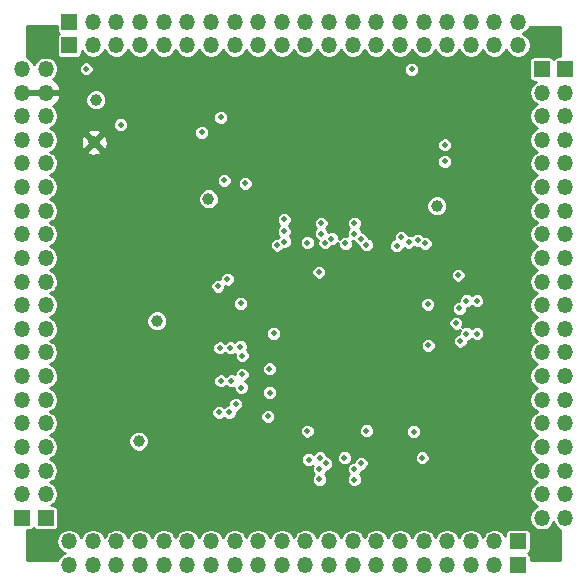
<source format=gbr>
G04 #@! TF.GenerationSoftware,KiCad,Pcbnew,5.0.2-bee76a0~70~ubuntu18.04.1*
G04 #@! TF.CreationDate,2019-11-19T20:55:50-08:00*
G04 #@! TF.ProjectId,A3P250_Dev_Board,41335032-3530-45f4-9465-765f426f6172,rev?*
G04 #@! TF.SameCoordinates,Original*
G04 #@! TF.FileFunction,Copper,L2,Inr*
G04 #@! TF.FilePolarity,Positive*
%FSLAX46Y46*%
G04 Gerber Fmt 4.6, Leading zero omitted, Abs format (unit mm)*
G04 Created by KiCad (PCBNEW 5.0.2-bee76a0~70~ubuntu18.04.1) date Tue 19 Nov 2019 08:55:50 PM PST*
%MOMM*%
%LPD*%
G01*
G04 APERTURE LIST*
G04 #@! TA.AperFunction,ViaPad*
%ADD10O,1.350000X1.350000*%
G04 #@! TD*
G04 #@! TA.AperFunction,ViaPad*
%ADD11R,1.350000X1.350000*%
G04 #@! TD*
G04 #@! TA.AperFunction,ViaPad*
%ADD12C,1.000000*%
G04 #@! TD*
G04 #@! TA.AperFunction,ViaPad*
%ADD13C,0.508000*%
G04 #@! TD*
G04 #@! TA.AperFunction,Conductor*
%ADD14C,0.254000*%
G04 #@! TD*
G04 APERTURE END LIST*
D10*
G04 #@! TO.N,Net-(J3-Pad20)*
G04 #@! TO.C,J3*
X104870000Y-132270000D03*
G04 #@! TO.N,Net-(J3-Pad19)*
X106870000Y-132270000D03*
G04 #@! TO.N,Net-(J3-Pad18)*
X108870000Y-132270000D03*
G04 #@! TO.N,Net-(J3-Pad17)*
X110870000Y-132270000D03*
G04 #@! TO.N,Net-(J3-Pad16)*
X112870000Y-132270000D03*
G04 #@! TO.N,Net-(J3-Pad15)*
X114870000Y-132270000D03*
G04 #@! TO.N,Net-(J3-Pad14)*
X116870000Y-132270000D03*
G04 #@! TO.N,Net-(J3-Pad13)*
X118870000Y-132270000D03*
G04 #@! TO.N,Net-(J3-Pad12)*
X120870000Y-132270000D03*
G04 #@! TO.N,Net-(J3-Pad11)*
X122870000Y-132270000D03*
G04 #@! TO.N,Net-(J3-Pad10)*
X124870000Y-132270000D03*
G04 #@! TO.N,Net-(C26-Pad1)*
X126870000Y-132270000D03*
G04 #@! TO.N,Net-(J3-Pad8)*
X128870000Y-132270000D03*
G04 #@! TO.N,Net-(J3-Pad7)*
X130870000Y-132270000D03*
G04 #@! TO.N,Net-(J3-Pad6)*
X132870000Y-132270000D03*
G04 #@! TO.N,Net-(J3-Pad5)*
X134870000Y-132270000D03*
G04 #@! TO.N,Net-(J3-Pad4)*
X136870000Y-132270000D03*
G04 #@! TO.N,Net-(J3-Pad3)*
X138870000Y-132270000D03*
G04 #@! TO.N,TCK*
X140870000Y-132270000D03*
D11*
G04 #@! TO.N,TDI*
X142870000Y-132270000D03*
G04 #@! TD*
G04 #@! TO.N,Net-(J2-Pad1)*
G04 #@! TO.C,J2*
X146870000Y-90270000D03*
D10*
G04 #@! TO.N,Net-(J2-Pad2)*
X146870000Y-92270000D03*
G04 #@! TO.N,Net-(J2-Pad3)*
X146870000Y-94270000D03*
G04 #@! TO.N,Net-(J2-Pad4)*
X146870000Y-96270000D03*
G04 #@! TO.N,Net-(J2-Pad5)*
X146870000Y-98270000D03*
G04 #@! TO.N,Net-(C24-Pad1)*
X146870000Y-100270000D03*
G04 #@! TO.N,Net-(J2-Pad7)*
X146870000Y-102270000D03*
G04 #@! TO.N,Net-(J2-Pad8)*
X146870000Y-104270000D03*
G04 #@! TO.N,Net-(J2-Pad9)*
X146870000Y-106270000D03*
G04 #@! TO.N,Net-(J2-Pad10)*
X146870000Y-108270000D03*
G04 #@! TO.N,Net-(J2-Pad11)*
X146870000Y-110270000D03*
G04 #@! TO.N,Net-(J2-Pad12)*
X146870000Y-112270000D03*
G04 #@! TO.N,Net-(J2-Pad13)*
X146870000Y-114270000D03*
G04 #@! TO.N,Net-(J2-Pad14)*
X146870000Y-116270000D03*
G04 #@! TO.N,Net-(J2-Pad15)*
X146870000Y-118270000D03*
G04 #@! TO.N,VCCIB3*
X146870000Y-120270000D03*
G04 #@! TO.N,TRST*
X146870000Y-122270000D03*
G04 #@! TO.N,TDO*
X146870000Y-124270000D03*
G04 #@! TO.N,VPUMP*
X146870000Y-126270000D03*
G04 #@! TO.N,TMS*
X146870000Y-128270000D03*
G04 #@! TD*
G04 #@! TO.N,Net-(J1-Pad20)*
G04 #@! TO.C,J1*
X142870000Y-86270000D03*
G04 #@! TO.N,Net-(J1-Pad19)*
X140870000Y-86270000D03*
G04 #@! TO.N,Net-(J1-Pad18)*
X138870000Y-86270000D03*
G04 #@! TO.N,Net-(J1-Pad17)*
X136870000Y-86270000D03*
G04 #@! TO.N,Net-(J1-Pad16)*
X134870000Y-86270000D03*
G04 #@! TO.N,Net-(J1-Pad15)*
X132870000Y-86270000D03*
G04 #@! TO.N,Net-(J1-Pad14)*
X130870000Y-86270000D03*
G04 #@! TO.N,Net-(J1-Pad13)*
X128870000Y-86270000D03*
G04 #@! TO.N,Net-(J1-Pad12)*
X126870000Y-86270000D03*
G04 #@! TO.N,Net-(J1-Pad11)*
X124870000Y-86270000D03*
G04 #@! TO.N,Net-(J1-Pad10)*
X122870000Y-86270000D03*
G04 #@! TO.N,Net-(C22-Pad1)*
X120870000Y-86270000D03*
G04 #@! TO.N,Net-(J1-Pad8)*
X118870000Y-86270000D03*
G04 #@! TO.N,Net-(J1-Pad7)*
X116870000Y-86270000D03*
G04 #@! TO.N,Net-(J1-Pad6)*
X114870000Y-86270000D03*
G04 #@! TO.N,Net-(J1-Pad5)*
X112870000Y-86270000D03*
G04 #@! TO.N,Net-(J1-Pad4)*
X110870000Y-86270000D03*
G04 #@! TO.N,Net-(J1-Pad3)*
X108870000Y-86270000D03*
G04 #@! TO.N,Net-(J1-Pad2)*
X106870000Y-86270000D03*
D11*
G04 #@! TO.N,Net-(J1-Pad1)*
X104870000Y-86270000D03*
G04 #@! TD*
G04 #@! TO.N,Net-(J4-Pad1)*
G04 #@! TO.C,J4*
X100870000Y-128270000D03*
D10*
G04 #@! TO.N,Net-(J4-Pad2)*
X100870000Y-126270000D03*
G04 #@! TO.N,Net-(J4-Pad3)*
X100870000Y-124270000D03*
G04 #@! TO.N,Net-(J4-Pad4)*
X100870000Y-122270000D03*
G04 #@! TO.N,Net-(J4-Pad5)*
X100870000Y-120270000D03*
G04 #@! TO.N,VCCIB3*
X100870000Y-118270000D03*
G04 #@! TO.N,Net-(J4-Pad7)*
X100870000Y-116270000D03*
G04 #@! TO.N,Net-(J4-Pad8)*
X100870000Y-114270000D03*
G04 #@! TO.N,Net-(J4-Pad9)*
X100870000Y-112270000D03*
G04 #@! TO.N,Net-(J4-Pad10)*
X100870000Y-110270000D03*
G04 #@! TO.N,Net-(J4-Pad11)*
X100870000Y-108270000D03*
G04 #@! TO.N,Net-(D1-Pad2)*
X100870000Y-106270000D03*
G04 #@! TO.N,Net-(J4-Pad13)*
X100870000Y-104270000D03*
G04 #@! TO.N,Net-(J4-Pad14)*
X100870000Y-102270000D03*
G04 #@! TO.N,Net-(J4-Pad15)*
X100870000Y-100270000D03*
G04 #@! TO.N,Net-(J4-Pad16)*
X100870000Y-98270000D03*
G04 #@! TO.N,Net-(J4-Pad17)*
X100870000Y-96270000D03*
G04 #@! TO.N,GAA_IO00RSB0*
X100870000Y-94270000D03*
G04 #@! TO.N,GND*
X100870000Y-92270000D03*
G04 #@! TO.N,+5V*
X100870000Y-90270000D03*
G04 #@! TD*
G04 #@! TO.N,+5V*
G04 #@! TO.C,J4*
X102870000Y-90270000D03*
G04 #@! TO.N,GND*
X102870000Y-92270000D03*
G04 #@! TO.N,GAA_IO00RSB0*
X102870000Y-94270000D03*
G04 #@! TO.N,Net-(J4-Pad17)*
X102870000Y-96270000D03*
G04 #@! TO.N,Net-(J4-Pad16)*
X102870000Y-98270000D03*
G04 #@! TO.N,Net-(J4-Pad15)*
X102870000Y-100270000D03*
G04 #@! TO.N,Net-(J4-Pad14)*
X102870000Y-102270000D03*
G04 #@! TO.N,Net-(J4-Pad13)*
X102870000Y-104270000D03*
G04 #@! TO.N,Net-(D1-Pad2)*
X102870000Y-106270000D03*
G04 #@! TO.N,Net-(J4-Pad11)*
X102870000Y-108270000D03*
G04 #@! TO.N,Net-(J4-Pad10)*
X102870000Y-110270000D03*
G04 #@! TO.N,Net-(J4-Pad9)*
X102870000Y-112270000D03*
G04 #@! TO.N,Net-(J4-Pad8)*
X102870000Y-114270000D03*
G04 #@! TO.N,Net-(J4-Pad7)*
X102870000Y-116270000D03*
G04 #@! TO.N,VCCIB3*
X102870000Y-118270000D03*
G04 #@! TO.N,Net-(J4-Pad5)*
X102870000Y-120270000D03*
G04 #@! TO.N,Net-(J4-Pad4)*
X102870000Y-122270000D03*
G04 #@! TO.N,Net-(J4-Pad3)*
X102870000Y-124270000D03*
G04 #@! TO.N,Net-(J4-Pad2)*
X102870000Y-126270000D03*
D11*
G04 #@! TO.N,Net-(J4-Pad1)*
X102870000Y-128270000D03*
G04 #@! TD*
G04 #@! TO.N,TDI*
G04 #@! TO.C,J3*
X142870000Y-130270000D03*
D10*
G04 #@! TO.N,TCK*
X140870000Y-130270000D03*
G04 #@! TO.N,Net-(J3-Pad3)*
X138870000Y-130270000D03*
G04 #@! TO.N,Net-(J3-Pad4)*
X136870000Y-130270000D03*
G04 #@! TO.N,Net-(J3-Pad5)*
X134870000Y-130270000D03*
G04 #@! TO.N,Net-(J3-Pad6)*
X132870000Y-130270000D03*
G04 #@! TO.N,Net-(J3-Pad7)*
X130870000Y-130270000D03*
G04 #@! TO.N,Net-(J3-Pad8)*
X128870000Y-130270000D03*
G04 #@! TO.N,Net-(C26-Pad1)*
X126870000Y-130270000D03*
G04 #@! TO.N,Net-(J3-Pad10)*
X124870000Y-130270000D03*
G04 #@! TO.N,Net-(J3-Pad11)*
X122870000Y-130270000D03*
G04 #@! TO.N,Net-(J3-Pad12)*
X120870000Y-130270000D03*
G04 #@! TO.N,Net-(J3-Pad13)*
X118870000Y-130270000D03*
G04 #@! TO.N,Net-(J3-Pad14)*
X116870000Y-130270000D03*
G04 #@! TO.N,Net-(J3-Pad15)*
X114870000Y-130270000D03*
G04 #@! TO.N,Net-(J3-Pad16)*
X112870000Y-130270000D03*
G04 #@! TO.N,Net-(J3-Pad17)*
X110870000Y-130270000D03*
G04 #@! TO.N,Net-(J3-Pad18)*
X108870000Y-130270000D03*
G04 #@! TO.N,Net-(J3-Pad19)*
X106870000Y-130270000D03*
G04 #@! TO.N,Net-(J3-Pad20)*
X104870000Y-130270000D03*
G04 #@! TD*
D11*
G04 #@! TO.N,Net-(J1-Pad1)*
G04 #@! TO.C,J1*
X104870000Y-88270000D03*
D10*
G04 #@! TO.N,Net-(J1-Pad2)*
X106870000Y-88270000D03*
G04 #@! TO.N,Net-(J1-Pad3)*
X108870000Y-88270000D03*
G04 #@! TO.N,Net-(J1-Pad4)*
X110870000Y-88270000D03*
G04 #@! TO.N,Net-(J1-Pad5)*
X112870000Y-88270000D03*
G04 #@! TO.N,Net-(J1-Pad6)*
X114870000Y-88270000D03*
G04 #@! TO.N,Net-(J1-Pad7)*
X116870000Y-88270000D03*
G04 #@! TO.N,Net-(J1-Pad8)*
X118870000Y-88270000D03*
G04 #@! TO.N,Net-(C22-Pad1)*
X120870000Y-88270000D03*
G04 #@! TO.N,Net-(J1-Pad10)*
X122870000Y-88270000D03*
G04 #@! TO.N,Net-(J1-Pad11)*
X124870000Y-88270000D03*
G04 #@! TO.N,Net-(J1-Pad12)*
X126870000Y-88270000D03*
G04 #@! TO.N,Net-(J1-Pad13)*
X128870000Y-88270000D03*
G04 #@! TO.N,Net-(J1-Pad14)*
X130870000Y-88270000D03*
G04 #@! TO.N,Net-(J1-Pad15)*
X132870000Y-88270000D03*
G04 #@! TO.N,Net-(J1-Pad16)*
X134870000Y-88270000D03*
G04 #@! TO.N,Net-(J1-Pad17)*
X136870000Y-88270000D03*
G04 #@! TO.N,Net-(J1-Pad18)*
X138870000Y-88270000D03*
G04 #@! TO.N,Net-(J1-Pad19)*
X140870000Y-88270000D03*
G04 #@! TO.N,Net-(J1-Pad20)*
X142870000Y-88270000D03*
G04 #@! TD*
G04 #@! TO.N,TMS*
G04 #@! TO.C,J2*
X144870000Y-128270000D03*
G04 #@! TO.N,VPUMP*
X144870000Y-126270000D03*
G04 #@! TO.N,TDO*
X144870000Y-124270000D03*
G04 #@! TO.N,TRST*
X144870000Y-122270000D03*
G04 #@! TO.N,VCCIB3*
X144870000Y-120270000D03*
G04 #@! TO.N,Net-(J2-Pad15)*
X144870000Y-118270000D03*
G04 #@! TO.N,Net-(J2-Pad14)*
X144870000Y-116270000D03*
G04 #@! TO.N,Net-(J2-Pad13)*
X144870000Y-114270000D03*
G04 #@! TO.N,Net-(J2-Pad12)*
X144870000Y-112270000D03*
G04 #@! TO.N,Net-(J2-Pad11)*
X144870000Y-110270000D03*
G04 #@! TO.N,Net-(J2-Pad10)*
X144870000Y-108270000D03*
G04 #@! TO.N,Net-(J2-Pad9)*
X144870000Y-106270000D03*
G04 #@! TO.N,Net-(J2-Pad8)*
X144870000Y-104270000D03*
G04 #@! TO.N,Net-(J2-Pad7)*
X144870000Y-102270000D03*
G04 #@! TO.N,Net-(C24-Pad1)*
X144870000Y-100270000D03*
G04 #@! TO.N,Net-(J2-Pad5)*
X144870000Y-98270000D03*
G04 #@! TO.N,Net-(J2-Pad4)*
X144870000Y-96270000D03*
G04 #@! TO.N,Net-(J2-Pad3)*
X144870000Y-94270000D03*
G04 #@! TO.N,Net-(J2-Pad2)*
X144870000Y-92270000D03*
D11*
G04 #@! TO.N,Net-(J2-Pad1)*
X144870000Y-90270000D03*
G04 #@! TD*
D12*
G04 #@! TO.N,VCCIB3*
G04 #@! TO.C,VIO*
X135991600Y-101854000D03*
G04 #@! TD*
G04 #@! TO.N,Net-(J4-Pad11)*
G04 #@! TO.C,CLK*
X112293400Y-111582200D03*
G04 #@! TD*
G04 #@! TO.N,+5V*
G04 #@! TO.C,+5V*
X107111800Y-92887800D03*
G04 #@! TD*
G04 #@! TO.N,GND*
G04 #@! TO.C,GND*
X106984800Y-96469200D03*
G04 #@! TD*
G04 #@! TO.N,Net-(C10-Pad1)*
G04 #@! TO.C,VCore*
X110744000Y-121793000D03*
G04 #@! TD*
G04 #@! TO.N,Net-(C11-Pad1)*
G04 #@! TO.C,VPLL*
X116662200Y-101269800D03*
G04 #@! TD*
D13*
G04 #@! TO.N,GND*
X112522000Y-95845000D03*
X112562000Y-96647000D03*
X111887000Y-97790000D03*
X112903000Y-101092000D03*
X114173000Y-94361000D03*
X115824000Y-94996000D03*
X113665000Y-98171000D03*
X114388948Y-99860668D03*
X117094000Y-96266000D03*
X110295968Y-100948768D03*
X114427000Y-102997000D03*
X135531696Y-96703249D03*
X139722696Y-97592249D03*
X139595696Y-94036249D03*
X117983000Y-101473000D03*
X119761000Y-101473000D03*
X104140000Y-92329000D03*
X105156000Y-92329000D03*
X112776000Y-108077000D03*
X120396000Y-106426000D03*
X121869200Y-111379000D03*
X119373614Y-107840729D03*
X123063000Y-107442000D03*
X135255000Y-112141000D03*
X135001000Y-119888000D03*
G04 #@! TO.N,Net-(C26-Pad1)*
X134747000Y-123190000D03*
G04 #@! TO.N,GND*
X132461000Y-120904000D03*
X138963400Y-120497600D03*
X139065000Y-119380000D03*
X117201488Y-106726189D03*
G04 #@! TO.N,Net-(C11-Pad1)*
X118516400Y-113893600D03*
G04 #@! TO.N,Net-(C10-Pad1)*
X116078000Y-95631000D03*
X109220000Y-94996000D03*
G04 #@! TO.N,VCCIB3*
X136674696Y-96703249D03*
X136674696Y-98100249D03*
G04 #@! TO.N,Net-(J1-Pad1)*
X123063000Y-104013000D03*
G04 #@! TO.N,Net-(J1-Pad2)*
X123063000Y-102997000D03*
G04 #@! TO.N,Net-(J1-Pad16)*
X132582800Y-105239950D03*
G04 #@! TO.N,Net-(J1-Pad17)*
X132969000Y-104521000D03*
G04 #@! TO.N,Net-(J1-Pad18)*
X133598801Y-104927041D03*
G04 #@! TO.N,Net-(J1-Pad19)*
X134366000Y-104775000D03*
G04 #@! TO.N,Net-(J1-Pad20)*
X135001000Y-105029000D03*
G04 #@! TO.N,TMS*
X134035800Y-120980200D03*
G04 #@! TO.N,Net-(J3-Pad13)*
X126082800Y-123190000D03*
G04 #@! TO.N,+5V*
X133858000Y-90297000D03*
X106299000Y-90270000D03*
G04 #@! TO.N,Net-(J4-Pad16)*
X117465485Y-108658226D03*
G04 #@! TO.N,Net-(J4-Pad15)*
X119380000Y-110109000D03*
G04 #@! TO.N,Net-(J4-Pad11)*
X122174000Y-112649000D03*
G04 #@! TO.N,Net-(C11-Pad1)*
X117983000Y-99695000D03*
G04 #@! TO.N,GND*
X116558851Y-113893600D03*
X116027200Y-113893600D03*
X129015704Y-101722090D03*
X129015704Y-102253741D03*
X140978881Y-109900025D03*
X140447230Y-109900025D03*
X140975919Y-112672330D03*
X126190398Y-101722268D03*
X140444268Y-112672330D03*
X126190398Y-102253919D03*
X126061371Y-126618619D03*
X116103400Y-116687600D03*
X129001848Y-126635420D03*
X126061371Y-126086968D03*
X116635051Y-116687600D03*
X129001848Y-126103769D03*
X115951000Y-119354600D03*
X116482651Y-119354600D03*
G04 #@! TO.N,Net-(C10-Pad1)*
X117548420Y-119354600D03*
G04 #@! TO.N,Net-(C11-Pad1)*
X117624620Y-113893600D03*
G04 #@! TO.N,Net-(C22-Pad1)*
X129015704Y-104211290D03*
X129015704Y-103319510D03*
G04 #@! TO.N,Net-(C10-Pad1)*
X138489681Y-109900025D03*
X139381461Y-109900025D03*
G04 #@! TO.N,Net-(C24-Pad1)*
X138486719Y-112672330D03*
G04 #@! TO.N,Net-(C10-Pad1)*
X126190398Y-104211468D03*
X126190398Y-103319688D03*
X126061371Y-124129419D03*
X126061371Y-125021199D03*
G04 #@! TO.N,VCCIB3*
X117700820Y-116687600D03*
G04 #@! TO.N,Net-(C10-Pad1)*
X128168400Y-123190000D03*
X137617200Y-111785400D03*
X128244600Y-105029000D03*
G04 #@! TO.N,VCCIB3*
X118592600Y-116687600D03*
G04 #@! TO.N,Net-(J1-Pad3)*
X125017728Y-104979272D03*
G04 #@! TO.N,Net-(J1-Pad5)*
X126009400Y-107467400D03*
G04 #@! TO.N,Net-(J1-Pad6)*
X126517400Y-105003600D03*
G04 #@! TO.N,Net-(J1-Pad7)*
X127061607Y-104629458D03*
G04 #@! TO.N,Net-(J2-Pad8)*
X135255000Y-113665000D03*
G04 #@! TO.N,Net-(J2-Pad7)*
X137972800Y-113309400D03*
G04 #@! TO.N,Net-(J2-Pad4)*
X137896600Y-110540800D03*
G04 #@! TO.N,Net-(J2-Pad3)*
X135229600Y-110185200D03*
G04 #@! TO.N,Net-(J3-Pad7)*
X130022600Y-120904000D03*
G04 #@! TO.N,Net-(J3-Pad8)*
X129582800Y-123647200D03*
G04 #@! TO.N,Net-(J3-Pad12)*
X126606526Y-123655848D03*
G04 #@! TO.N,Net-(J3-Pad14)*
X125142968Y-123339568D03*
G04 #@! TO.N,Net-(J3-Pad15)*
X125018800Y-120929400D03*
G04 #@! TO.N,GND*
X121920000Y-113665000D03*
G04 #@! TO.N,VCCIB3*
X121691400Y-119684800D03*
G04 #@! TO.N,GND*
X119608600Y-120167400D03*
X121234200Y-121589800D03*
X128456894Y-107442000D03*
X135331144Y-108314799D03*
X128447790Y-120904000D03*
G04 #@! TO.N,Net-(C10-Pad1)*
X118414790Y-119354600D03*
X119507000Y-116128800D03*
X117703600Y-94361000D03*
G04 #@! TO.N,Net-(J1-Pad10)*
X129581436Y-104673072D03*
G04 #@! TO.N,Net-(J1-Pad11)*
X130026875Y-105160645D03*
G04 #@! TO.N,GAA_IO00RSB0*
X123074580Y-104896462D03*
G04 #@! TO.N,Net-(J4-Pad9)*
X119354600Y-113792000D03*
G04 #@! TO.N,Net-(J4-Pad7)*
X121818400Y-115671600D03*
G04 #@! TO.N,Net-(J4-Pad5)*
X119430800Y-117246412D03*
G04 #@! TO.N,Net-(J4-Pad4)*
X121843800Y-117678200D03*
G04 #@! TO.N,Net-(J4-Pad2)*
X118973600Y-118643410D03*
G04 #@! TO.N,Net-(C11-Pad1)*
X119761000Y-99949000D03*
X119502435Y-114544246D03*
G04 #@! TO.N,Net-(J4-Pad17)*
X118266210Y-108060980D03*
G04 #@! TO.N,Net-(C22-Pad1)*
X122478800Y-105181400D03*
G04 #@! TO.N,Net-(C24-Pad1)*
X139378499Y-112672330D03*
X137795000Y-107721400D03*
G04 #@! TO.N,Net-(C26-Pad1)*
X129001848Y-124146220D03*
X129001848Y-125038000D03*
G04 #@! TD*
D14*
G04 #@! TO.N,GND*
G36*
X103806536Y-86666024D02*
X103806536Y-86945000D01*
X103836106Y-87093659D01*
X103920314Y-87219686D01*
X103995615Y-87270000D01*
X103920314Y-87320314D01*
X103836106Y-87446341D01*
X103806536Y-87595000D01*
X103806536Y-88945000D01*
X103836106Y-89093659D01*
X103920314Y-89219686D01*
X104046341Y-89303894D01*
X104195000Y-89333464D01*
X105545000Y-89333464D01*
X105693659Y-89303894D01*
X105819686Y-89219686D01*
X105903894Y-89093659D01*
X105933464Y-88945000D01*
X105933464Y-88769124D01*
X106108667Y-89031333D01*
X106457969Y-89264730D01*
X106765994Y-89326000D01*
X106974006Y-89326000D01*
X107282031Y-89264730D01*
X107631333Y-89031333D01*
X107864730Y-88682031D01*
X107870000Y-88655537D01*
X107875270Y-88682031D01*
X108108667Y-89031333D01*
X108457969Y-89264730D01*
X108765994Y-89326000D01*
X108974006Y-89326000D01*
X109282031Y-89264730D01*
X109631333Y-89031333D01*
X109864730Y-88682031D01*
X109870000Y-88655537D01*
X109875270Y-88682031D01*
X110108667Y-89031333D01*
X110457969Y-89264730D01*
X110765994Y-89326000D01*
X110974006Y-89326000D01*
X111282031Y-89264730D01*
X111631333Y-89031333D01*
X111864730Y-88682031D01*
X111870000Y-88655537D01*
X111875270Y-88682031D01*
X112108667Y-89031333D01*
X112457969Y-89264730D01*
X112765994Y-89326000D01*
X112974006Y-89326000D01*
X113282031Y-89264730D01*
X113631333Y-89031333D01*
X113864730Y-88682031D01*
X113870000Y-88655537D01*
X113875270Y-88682031D01*
X114108667Y-89031333D01*
X114457969Y-89264730D01*
X114765994Y-89326000D01*
X114974006Y-89326000D01*
X115282031Y-89264730D01*
X115631333Y-89031333D01*
X115864730Y-88682031D01*
X115870000Y-88655537D01*
X115875270Y-88682031D01*
X116108667Y-89031333D01*
X116457969Y-89264730D01*
X116765994Y-89326000D01*
X116974006Y-89326000D01*
X117282031Y-89264730D01*
X117631333Y-89031333D01*
X117864730Y-88682031D01*
X117870000Y-88655537D01*
X117875270Y-88682031D01*
X118108667Y-89031333D01*
X118457969Y-89264730D01*
X118765994Y-89326000D01*
X118974006Y-89326000D01*
X119282031Y-89264730D01*
X119631333Y-89031333D01*
X119864730Y-88682031D01*
X119870000Y-88655537D01*
X119875270Y-88682031D01*
X120108667Y-89031333D01*
X120457969Y-89264730D01*
X120765994Y-89326000D01*
X120974006Y-89326000D01*
X121282031Y-89264730D01*
X121631333Y-89031333D01*
X121864730Y-88682031D01*
X121870000Y-88655537D01*
X121875270Y-88682031D01*
X122108667Y-89031333D01*
X122457969Y-89264730D01*
X122765994Y-89326000D01*
X122974006Y-89326000D01*
X123282031Y-89264730D01*
X123631333Y-89031333D01*
X123864730Y-88682031D01*
X123870000Y-88655537D01*
X123875270Y-88682031D01*
X124108667Y-89031333D01*
X124457969Y-89264730D01*
X124765994Y-89326000D01*
X124974006Y-89326000D01*
X125282031Y-89264730D01*
X125631333Y-89031333D01*
X125864730Y-88682031D01*
X125870000Y-88655537D01*
X125875270Y-88682031D01*
X126108667Y-89031333D01*
X126457969Y-89264730D01*
X126765994Y-89326000D01*
X126974006Y-89326000D01*
X127282031Y-89264730D01*
X127631333Y-89031333D01*
X127864730Y-88682031D01*
X127870000Y-88655537D01*
X127875270Y-88682031D01*
X128108667Y-89031333D01*
X128457969Y-89264730D01*
X128765994Y-89326000D01*
X128974006Y-89326000D01*
X129282031Y-89264730D01*
X129631333Y-89031333D01*
X129864730Y-88682031D01*
X129870000Y-88655537D01*
X129875270Y-88682031D01*
X130108667Y-89031333D01*
X130457969Y-89264730D01*
X130765994Y-89326000D01*
X130974006Y-89326000D01*
X131282031Y-89264730D01*
X131631333Y-89031333D01*
X131864730Y-88682031D01*
X131870000Y-88655537D01*
X131875270Y-88682031D01*
X132108667Y-89031333D01*
X132457969Y-89264730D01*
X132765994Y-89326000D01*
X132974006Y-89326000D01*
X133282031Y-89264730D01*
X133631333Y-89031333D01*
X133864730Y-88682031D01*
X133870000Y-88655537D01*
X133875270Y-88682031D01*
X134108667Y-89031333D01*
X134457969Y-89264730D01*
X134765994Y-89326000D01*
X134974006Y-89326000D01*
X135282031Y-89264730D01*
X135631333Y-89031333D01*
X135864730Y-88682031D01*
X135870000Y-88655537D01*
X135875270Y-88682031D01*
X136108667Y-89031333D01*
X136457969Y-89264730D01*
X136765994Y-89326000D01*
X136974006Y-89326000D01*
X137282031Y-89264730D01*
X137631333Y-89031333D01*
X137864730Y-88682031D01*
X137870000Y-88655537D01*
X137875270Y-88682031D01*
X138108667Y-89031333D01*
X138457969Y-89264730D01*
X138765994Y-89326000D01*
X138974006Y-89326000D01*
X139282031Y-89264730D01*
X139631333Y-89031333D01*
X139864730Y-88682031D01*
X139870000Y-88655537D01*
X139875270Y-88682031D01*
X140108667Y-89031333D01*
X140457969Y-89264730D01*
X140765994Y-89326000D01*
X140974006Y-89326000D01*
X141282031Y-89264730D01*
X141631333Y-89031333D01*
X141864730Y-88682031D01*
X141870000Y-88655537D01*
X141875270Y-88682031D01*
X142108667Y-89031333D01*
X142457969Y-89264730D01*
X142765994Y-89326000D01*
X142974006Y-89326000D01*
X143282031Y-89264730D01*
X143631333Y-89031333D01*
X143864730Y-88682031D01*
X143946688Y-88270000D01*
X143864730Y-87857969D01*
X143631333Y-87508667D01*
X143282031Y-87275270D01*
X143255537Y-87270000D01*
X143282031Y-87264730D01*
X143631333Y-87031333D01*
X143860647Y-86688142D01*
X146456800Y-86689576D01*
X146456800Y-89206536D01*
X146195000Y-89206536D01*
X146046341Y-89236106D01*
X145920314Y-89320314D01*
X145870000Y-89395615D01*
X145819686Y-89320314D01*
X145693659Y-89236106D01*
X145545000Y-89206536D01*
X144195000Y-89206536D01*
X144046341Y-89236106D01*
X143920314Y-89320314D01*
X143836106Y-89446341D01*
X143806536Y-89595000D01*
X143806536Y-90945000D01*
X143836106Y-91093659D01*
X143920314Y-91219686D01*
X144046341Y-91303894D01*
X144195000Y-91333464D01*
X144370876Y-91333464D01*
X144108667Y-91508667D01*
X143875270Y-91857969D01*
X143793312Y-92270000D01*
X143875270Y-92682031D01*
X144108667Y-93031333D01*
X144457969Y-93264730D01*
X144484463Y-93270000D01*
X144457969Y-93275270D01*
X144108667Y-93508667D01*
X143875270Y-93857969D01*
X143793312Y-94270000D01*
X143875270Y-94682031D01*
X144108667Y-95031333D01*
X144457969Y-95264730D01*
X144484463Y-95270000D01*
X144457969Y-95275270D01*
X144108667Y-95508667D01*
X143875270Y-95857969D01*
X143793312Y-96270000D01*
X143875270Y-96682031D01*
X144108667Y-97031333D01*
X144457969Y-97264730D01*
X144484463Y-97270000D01*
X144457969Y-97275270D01*
X144108667Y-97508667D01*
X143875270Y-97857969D01*
X143793312Y-98270000D01*
X143875270Y-98682031D01*
X144108667Y-99031333D01*
X144457969Y-99264730D01*
X144484463Y-99270000D01*
X144457969Y-99275270D01*
X144108667Y-99508667D01*
X143875270Y-99857969D01*
X143793312Y-100270000D01*
X143875270Y-100682031D01*
X144108667Y-101031333D01*
X144457969Y-101264730D01*
X144484463Y-101270000D01*
X144457969Y-101275270D01*
X144108667Y-101508667D01*
X143875270Y-101857969D01*
X143793312Y-102270000D01*
X143875270Y-102682031D01*
X144108667Y-103031333D01*
X144457969Y-103264730D01*
X144484463Y-103270000D01*
X144457969Y-103275270D01*
X144108667Y-103508667D01*
X143875270Y-103857969D01*
X143793312Y-104270000D01*
X143875270Y-104682031D01*
X144108667Y-105031333D01*
X144457969Y-105264730D01*
X144484463Y-105270000D01*
X144457969Y-105275270D01*
X144108667Y-105508667D01*
X143875270Y-105857969D01*
X143793312Y-106270000D01*
X143875270Y-106682031D01*
X144108667Y-107031333D01*
X144457969Y-107264730D01*
X144484463Y-107270000D01*
X144457969Y-107275270D01*
X144108667Y-107508667D01*
X143875270Y-107857969D01*
X143793312Y-108270000D01*
X143875270Y-108682031D01*
X144108667Y-109031333D01*
X144457969Y-109264730D01*
X144484463Y-109270000D01*
X144457969Y-109275270D01*
X144108667Y-109508667D01*
X143875270Y-109857969D01*
X143793312Y-110270000D01*
X143875270Y-110682031D01*
X144108667Y-111031333D01*
X144457969Y-111264730D01*
X144484463Y-111270000D01*
X144457969Y-111275270D01*
X144108667Y-111508667D01*
X143875270Y-111857969D01*
X143793312Y-112270000D01*
X143875270Y-112682031D01*
X144108667Y-113031333D01*
X144457969Y-113264730D01*
X144484463Y-113270000D01*
X144457969Y-113275270D01*
X144108667Y-113508667D01*
X143875270Y-113857969D01*
X143793312Y-114270000D01*
X143875270Y-114682031D01*
X144108667Y-115031333D01*
X144457969Y-115264730D01*
X144484463Y-115270000D01*
X144457969Y-115275270D01*
X144108667Y-115508667D01*
X143875270Y-115857969D01*
X143793312Y-116270000D01*
X143875270Y-116682031D01*
X144108667Y-117031333D01*
X144457969Y-117264730D01*
X144484463Y-117270000D01*
X144457969Y-117275270D01*
X144108667Y-117508667D01*
X143875270Y-117857969D01*
X143793312Y-118270000D01*
X143875270Y-118682031D01*
X144108667Y-119031333D01*
X144457969Y-119264730D01*
X144484463Y-119270000D01*
X144457969Y-119275270D01*
X144108667Y-119508667D01*
X143875270Y-119857969D01*
X143793312Y-120270000D01*
X143875270Y-120682031D01*
X144108667Y-121031333D01*
X144457969Y-121264730D01*
X144484463Y-121270000D01*
X144457969Y-121275270D01*
X144108667Y-121508667D01*
X143875270Y-121857969D01*
X143793312Y-122270000D01*
X143875270Y-122682031D01*
X144108667Y-123031333D01*
X144457969Y-123264730D01*
X144484463Y-123270000D01*
X144457969Y-123275270D01*
X144108667Y-123508667D01*
X143875270Y-123857969D01*
X143793312Y-124270000D01*
X143875270Y-124682031D01*
X144108667Y-125031333D01*
X144457969Y-125264730D01*
X144484463Y-125270000D01*
X144457969Y-125275270D01*
X144108667Y-125508667D01*
X143875270Y-125857969D01*
X143793312Y-126270000D01*
X143875270Y-126682031D01*
X144108667Y-127031333D01*
X144457969Y-127264730D01*
X144484463Y-127270000D01*
X144457969Y-127275270D01*
X144108667Y-127508667D01*
X143875270Y-127857969D01*
X143793312Y-128270000D01*
X143875270Y-128682031D01*
X144108667Y-129031333D01*
X144457969Y-129264730D01*
X144765994Y-129326000D01*
X144974006Y-129326000D01*
X145282031Y-129264730D01*
X145631333Y-129031333D01*
X145864730Y-128682031D01*
X145870000Y-128655537D01*
X145875270Y-128682031D01*
X146108667Y-129031333D01*
X146456801Y-129263950D01*
X146456801Y-131876976D01*
X143933464Y-131875582D01*
X143933464Y-131595000D01*
X143903894Y-131446341D01*
X143819686Y-131320314D01*
X143744385Y-131270000D01*
X143819686Y-131219686D01*
X143903894Y-131093659D01*
X143933464Y-130945000D01*
X143933464Y-129595000D01*
X143903894Y-129446341D01*
X143819686Y-129320314D01*
X143693659Y-129236106D01*
X143545000Y-129206536D01*
X142195000Y-129206536D01*
X142046341Y-129236106D01*
X141920314Y-129320314D01*
X141836106Y-129446341D01*
X141806536Y-129595000D01*
X141806536Y-129770876D01*
X141631333Y-129508667D01*
X141282031Y-129275270D01*
X140974006Y-129214000D01*
X140765994Y-129214000D01*
X140457969Y-129275270D01*
X140108667Y-129508667D01*
X139875270Y-129857969D01*
X139870000Y-129884463D01*
X139864730Y-129857969D01*
X139631333Y-129508667D01*
X139282031Y-129275270D01*
X138974006Y-129214000D01*
X138765994Y-129214000D01*
X138457969Y-129275270D01*
X138108667Y-129508667D01*
X137875270Y-129857969D01*
X137870000Y-129884463D01*
X137864730Y-129857969D01*
X137631333Y-129508667D01*
X137282031Y-129275270D01*
X136974006Y-129214000D01*
X136765994Y-129214000D01*
X136457969Y-129275270D01*
X136108667Y-129508667D01*
X135875270Y-129857969D01*
X135870000Y-129884463D01*
X135864730Y-129857969D01*
X135631333Y-129508667D01*
X135282031Y-129275270D01*
X134974006Y-129214000D01*
X134765994Y-129214000D01*
X134457969Y-129275270D01*
X134108667Y-129508667D01*
X133875270Y-129857969D01*
X133870000Y-129884463D01*
X133864730Y-129857969D01*
X133631333Y-129508667D01*
X133282031Y-129275270D01*
X132974006Y-129214000D01*
X132765994Y-129214000D01*
X132457969Y-129275270D01*
X132108667Y-129508667D01*
X131875270Y-129857969D01*
X131870000Y-129884463D01*
X131864730Y-129857969D01*
X131631333Y-129508667D01*
X131282031Y-129275270D01*
X130974006Y-129214000D01*
X130765994Y-129214000D01*
X130457969Y-129275270D01*
X130108667Y-129508667D01*
X129875270Y-129857969D01*
X129870000Y-129884463D01*
X129864730Y-129857969D01*
X129631333Y-129508667D01*
X129282031Y-129275270D01*
X128974006Y-129214000D01*
X128765994Y-129214000D01*
X128457969Y-129275270D01*
X128108667Y-129508667D01*
X127875270Y-129857969D01*
X127870000Y-129884463D01*
X127864730Y-129857969D01*
X127631333Y-129508667D01*
X127282031Y-129275270D01*
X126974006Y-129214000D01*
X126765994Y-129214000D01*
X126457969Y-129275270D01*
X126108667Y-129508667D01*
X125875270Y-129857969D01*
X125870000Y-129884463D01*
X125864730Y-129857969D01*
X125631333Y-129508667D01*
X125282031Y-129275270D01*
X124974006Y-129214000D01*
X124765994Y-129214000D01*
X124457969Y-129275270D01*
X124108667Y-129508667D01*
X123875270Y-129857969D01*
X123870000Y-129884463D01*
X123864730Y-129857969D01*
X123631333Y-129508667D01*
X123282031Y-129275270D01*
X122974006Y-129214000D01*
X122765994Y-129214000D01*
X122457969Y-129275270D01*
X122108667Y-129508667D01*
X121875270Y-129857969D01*
X121870000Y-129884463D01*
X121864730Y-129857969D01*
X121631333Y-129508667D01*
X121282031Y-129275270D01*
X120974006Y-129214000D01*
X120765994Y-129214000D01*
X120457969Y-129275270D01*
X120108667Y-129508667D01*
X119875270Y-129857969D01*
X119870000Y-129884463D01*
X119864730Y-129857969D01*
X119631333Y-129508667D01*
X119282031Y-129275270D01*
X118974006Y-129214000D01*
X118765994Y-129214000D01*
X118457969Y-129275270D01*
X118108667Y-129508667D01*
X117875270Y-129857969D01*
X117870000Y-129884463D01*
X117864730Y-129857969D01*
X117631333Y-129508667D01*
X117282031Y-129275270D01*
X116974006Y-129214000D01*
X116765994Y-129214000D01*
X116457969Y-129275270D01*
X116108667Y-129508667D01*
X115875270Y-129857969D01*
X115870000Y-129884463D01*
X115864730Y-129857969D01*
X115631333Y-129508667D01*
X115282031Y-129275270D01*
X114974006Y-129214000D01*
X114765994Y-129214000D01*
X114457969Y-129275270D01*
X114108667Y-129508667D01*
X113875270Y-129857969D01*
X113870000Y-129884463D01*
X113864730Y-129857969D01*
X113631333Y-129508667D01*
X113282031Y-129275270D01*
X112974006Y-129214000D01*
X112765994Y-129214000D01*
X112457969Y-129275270D01*
X112108667Y-129508667D01*
X111875270Y-129857969D01*
X111870000Y-129884463D01*
X111864730Y-129857969D01*
X111631333Y-129508667D01*
X111282031Y-129275270D01*
X110974006Y-129214000D01*
X110765994Y-129214000D01*
X110457969Y-129275270D01*
X110108667Y-129508667D01*
X109875270Y-129857969D01*
X109870000Y-129884463D01*
X109864730Y-129857969D01*
X109631333Y-129508667D01*
X109282031Y-129275270D01*
X108974006Y-129214000D01*
X108765994Y-129214000D01*
X108457969Y-129275270D01*
X108108667Y-129508667D01*
X107875270Y-129857969D01*
X107870000Y-129884463D01*
X107864730Y-129857969D01*
X107631333Y-129508667D01*
X107282031Y-129275270D01*
X106974006Y-129214000D01*
X106765994Y-129214000D01*
X106457969Y-129275270D01*
X106108667Y-129508667D01*
X105875270Y-129857969D01*
X105870000Y-129884463D01*
X105864730Y-129857969D01*
X105631333Y-129508667D01*
X105282031Y-129275270D01*
X104974006Y-129214000D01*
X104765994Y-129214000D01*
X104457969Y-129275270D01*
X104108667Y-129508667D01*
X103875270Y-129857969D01*
X103793312Y-130270000D01*
X103875270Y-130682031D01*
X104108667Y-131031333D01*
X104457969Y-131264730D01*
X104484463Y-131270000D01*
X104457969Y-131275270D01*
X104108667Y-131508667D01*
X103878288Y-131853452D01*
X101294576Y-131852024D01*
X101293185Y-129333464D01*
X101545000Y-129333464D01*
X101693659Y-129303894D01*
X101819686Y-129219686D01*
X101870000Y-129144385D01*
X101920314Y-129219686D01*
X102046341Y-129303894D01*
X102195000Y-129333464D01*
X103545000Y-129333464D01*
X103693659Y-129303894D01*
X103819686Y-129219686D01*
X103903894Y-129093659D01*
X103933464Y-128945000D01*
X103933464Y-127595000D01*
X103903894Y-127446341D01*
X103819686Y-127320314D01*
X103693659Y-127236106D01*
X103545000Y-127206536D01*
X103369124Y-127206536D01*
X103631333Y-127031333D01*
X103864730Y-126682031D01*
X103946688Y-126270000D01*
X103864730Y-125857969D01*
X103631333Y-125508667D01*
X103282031Y-125275270D01*
X103255537Y-125270000D01*
X103282031Y-125264730D01*
X103631333Y-125031333D01*
X103864730Y-124682031D01*
X103946688Y-124270000D01*
X103864730Y-123857969D01*
X103631333Y-123508667D01*
X103282031Y-123275270D01*
X103255537Y-123270000D01*
X103282031Y-123264730D01*
X103359062Y-123213259D01*
X124507968Y-123213259D01*
X124507968Y-123465877D01*
X124604641Y-123699266D01*
X124783270Y-123877895D01*
X125016659Y-123974568D01*
X125269277Y-123974568D01*
X125473177Y-123890110D01*
X125426371Y-124003110D01*
X125426371Y-124255728D01*
X125523044Y-124489117D01*
X125609236Y-124575309D01*
X125523044Y-124661501D01*
X125426371Y-124894890D01*
X125426371Y-125147508D01*
X125523044Y-125380897D01*
X125701673Y-125559526D01*
X125935062Y-125656199D01*
X126187680Y-125656199D01*
X126421069Y-125559526D01*
X126599698Y-125380897D01*
X126696371Y-125147508D01*
X126696371Y-124894890D01*
X126599698Y-124661501D01*
X126513506Y-124575309D01*
X126599698Y-124489117D01*
X126681824Y-124290848D01*
X126732835Y-124290848D01*
X126966224Y-124194175D01*
X127144853Y-124015546D01*
X127241526Y-123782157D01*
X127241526Y-123529539D01*
X127144853Y-123296150D01*
X126966224Y-123117521D01*
X126836268Y-123063691D01*
X127533400Y-123063691D01*
X127533400Y-123316309D01*
X127630073Y-123549698D01*
X127808702Y-123728327D01*
X128042091Y-123825000D01*
X128294709Y-123825000D01*
X128517203Y-123732840D01*
X128463521Y-123786522D01*
X128366848Y-124019911D01*
X128366848Y-124272529D01*
X128463521Y-124505918D01*
X128549713Y-124592110D01*
X128463521Y-124678302D01*
X128366848Y-124911691D01*
X128366848Y-125164309D01*
X128463521Y-125397698D01*
X128642150Y-125576327D01*
X128875539Y-125673000D01*
X129128157Y-125673000D01*
X129361546Y-125576327D01*
X129540175Y-125397698D01*
X129636848Y-125164309D01*
X129636848Y-124911691D01*
X129540175Y-124678302D01*
X129453983Y-124592110D01*
X129540175Y-124505918D01*
X129632842Y-124282200D01*
X129709109Y-124282200D01*
X129942498Y-124185527D01*
X130121127Y-124006898D01*
X130217800Y-123773509D01*
X130217800Y-123520891D01*
X130121127Y-123287502D01*
X129942498Y-123108873D01*
X129833420Y-123063691D01*
X134112000Y-123063691D01*
X134112000Y-123316309D01*
X134208673Y-123549698D01*
X134387302Y-123728327D01*
X134620691Y-123825000D01*
X134873309Y-123825000D01*
X135106698Y-123728327D01*
X135285327Y-123549698D01*
X135382000Y-123316309D01*
X135382000Y-123063691D01*
X135285327Y-122830302D01*
X135106698Y-122651673D01*
X134873309Y-122555000D01*
X134620691Y-122555000D01*
X134387302Y-122651673D01*
X134208673Y-122830302D01*
X134112000Y-123063691D01*
X129833420Y-123063691D01*
X129709109Y-123012200D01*
X129456491Y-123012200D01*
X129223102Y-123108873D01*
X129044473Y-123287502D01*
X128951806Y-123511220D01*
X128875539Y-123511220D01*
X128653045Y-123603380D01*
X128706727Y-123549698D01*
X128803400Y-123316309D01*
X128803400Y-123063691D01*
X128706727Y-122830302D01*
X128528098Y-122651673D01*
X128294709Y-122555000D01*
X128042091Y-122555000D01*
X127808702Y-122651673D01*
X127630073Y-122830302D01*
X127533400Y-123063691D01*
X126836268Y-123063691D01*
X126732835Y-123020848D01*
X126700054Y-123020848D01*
X126621127Y-122830302D01*
X126442498Y-122651673D01*
X126209109Y-122555000D01*
X125956491Y-122555000D01*
X125723102Y-122651673D01*
X125544473Y-122830302D01*
X125540740Y-122839315D01*
X125502666Y-122801241D01*
X125269277Y-122704568D01*
X125016659Y-122704568D01*
X124783270Y-122801241D01*
X124604641Y-122979870D01*
X124507968Y-123213259D01*
X103359062Y-123213259D01*
X103631333Y-123031333D01*
X103864730Y-122682031D01*
X103946688Y-122270000D01*
X103864730Y-121857969D01*
X103704226Y-121617758D01*
X109863000Y-121617758D01*
X109863000Y-121968242D01*
X109997124Y-122292047D01*
X110244953Y-122539876D01*
X110568758Y-122674000D01*
X110919242Y-122674000D01*
X111243047Y-122539876D01*
X111490876Y-122292047D01*
X111625000Y-121968242D01*
X111625000Y-121617758D01*
X111490876Y-121293953D01*
X111243047Y-121046124D01*
X110919242Y-120912000D01*
X110568758Y-120912000D01*
X110244953Y-121046124D01*
X109997124Y-121293953D01*
X109863000Y-121617758D01*
X103704226Y-121617758D01*
X103631333Y-121508667D01*
X103282031Y-121275270D01*
X103255537Y-121270000D01*
X103282031Y-121264730D01*
X103631333Y-121031333D01*
X103783839Y-120803091D01*
X124383800Y-120803091D01*
X124383800Y-121055709D01*
X124480473Y-121289098D01*
X124659102Y-121467727D01*
X124892491Y-121564400D01*
X125145109Y-121564400D01*
X125378498Y-121467727D01*
X125557127Y-121289098D01*
X125653800Y-121055709D01*
X125653800Y-120803091D01*
X125643279Y-120777691D01*
X129387600Y-120777691D01*
X129387600Y-121030309D01*
X129484273Y-121263698D01*
X129662902Y-121442327D01*
X129896291Y-121539000D01*
X130148909Y-121539000D01*
X130382298Y-121442327D01*
X130560927Y-121263698D01*
X130657600Y-121030309D01*
X130657600Y-120853891D01*
X133400800Y-120853891D01*
X133400800Y-121106509D01*
X133497473Y-121339898D01*
X133676102Y-121518527D01*
X133909491Y-121615200D01*
X134162109Y-121615200D01*
X134395498Y-121518527D01*
X134574127Y-121339898D01*
X134670800Y-121106509D01*
X134670800Y-120853891D01*
X134574127Y-120620502D01*
X134395498Y-120441873D01*
X134162109Y-120345200D01*
X133909491Y-120345200D01*
X133676102Y-120441873D01*
X133497473Y-120620502D01*
X133400800Y-120853891D01*
X130657600Y-120853891D01*
X130657600Y-120777691D01*
X130560927Y-120544302D01*
X130382298Y-120365673D01*
X130148909Y-120269000D01*
X129896291Y-120269000D01*
X129662902Y-120365673D01*
X129484273Y-120544302D01*
X129387600Y-120777691D01*
X125643279Y-120777691D01*
X125557127Y-120569702D01*
X125378498Y-120391073D01*
X125145109Y-120294400D01*
X124892491Y-120294400D01*
X124659102Y-120391073D01*
X124480473Y-120569702D01*
X124383800Y-120803091D01*
X103783839Y-120803091D01*
X103864730Y-120682031D01*
X103946688Y-120270000D01*
X103864730Y-119857969D01*
X103631333Y-119508667D01*
X103282031Y-119275270D01*
X103255537Y-119270000D01*
X103282031Y-119264730D01*
X103336565Y-119228291D01*
X116913420Y-119228291D01*
X116913420Y-119480909D01*
X117010093Y-119714298D01*
X117188722Y-119892927D01*
X117422111Y-119989600D01*
X117674729Y-119989600D01*
X117908118Y-119892927D01*
X117981605Y-119819440D01*
X118055092Y-119892927D01*
X118288481Y-119989600D01*
X118541099Y-119989600D01*
X118774488Y-119892927D01*
X118953117Y-119714298D01*
X119017654Y-119558491D01*
X121056400Y-119558491D01*
X121056400Y-119811109D01*
X121153073Y-120044498D01*
X121331702Y-120223127D01*
X121565091Y-120319800D01*
X121817709Y-120319800D01*
X122051098Y-120223127D01*
X122229727Y-120044498D01*
X122326400Y-119811109D01*
X122326400Y-119558491D01*
X122229727Y-119325102D01*
X122051098Y-119146473D01*
X121817709Y-119049800D01*
X121565091Y-119049800D01*
X121331702Y-119146473D01*
X121153073Y-119325102D01*
X121056400Y-119558491D01*
X119017654Y-119558491D01*
X119049790Y-119480909D01*
X119049790Y-119278410D01*
X119099909Y-119278410D01*
X119333298Y-119181737D01*
X119511927Y-119003108D01*
X119608600Y-118769719D01*
X119608600Y-118517101D01*
X119511927Y-118283712D01*
X119333298Y-118105083D01*
X119099909Y-118008410D01*
X118847291Y-118008410D01*
X118613902Y-118105083D01*
X118435273Y-118283712D01*
X118338600Y-118517101D01*
X118338600Y-118719600D01*
X118288481Y-118719600D01*
X118055092Y-118816273D01*
X117981605Y-118889760D01*
X117908118Y-118816273D01*
X117674729Y-118719600D01*
X117422111Y-118719600D01*
X117188722Y-118816273D01*
X117010093Y-118994902D01*
X116913420Y-119228291D01*
X103336565Y-119228291D01*
X103631333Y-119031333D01*
X103864730Y-118682031D01*
X103946688Y-118270000D01*
X103864730Y-117857969D01*
X103631333Y-117508667D01*
X103282031Y-117275270D01*
X103255537Y-117270000D01*
X103282031Y-117264730D01*
X103631333Y-117031333D01*
X103864730Y-116682031D01*
X103888746Y-116561291D01*
X117065820Y-116561291D01*
X117065820Y-116813909D01*
X117162493Y-117047298D01*
X117341122Y-117225927D01*
X117574511Y-117322600D01*
X117827129Y-117322600D01*
X118060518Y-117225927D01*
X118146710Y-117139735D01*
X118232902Y-117225927D01*
X118466291Y-117322600D01*
X118718909Y-117322600D01*
X118795800Y-117290751D01*
X118795800Y-117372721D01*
X118892473Y-117606110D01*
X119071102Y-117784739D01*
X119304491Y-117881412D01*
X119557109Y-117881412D01*
X119790498Y-117784739D01*
X119969127Y-117606110D01*
X119991585Y-117551891D01*
X121208800Y-117551891D01*
X121208800Y-117804509D01*
X121305473Y-118037898D01*
X121484102Y-118216527D01*
X121717491Y-118313200D01*
X121970109Y-118313200D01*
X122203498Y-118216527D01*
X122382127Y-118037898D01*
X122478800Y-117804509D01*
X122478800Y-117551891D01*
X122382127Y-117318502D01*
X122203498Y-117139873D01*
X121970109Y-117043200D01*
X121717491Y-117043200D01*
X121484102Y-117139873D01*
X121305473Y-117318502D01*
X121208800Y-117551891D01*
X119991585Y-117551891D01*
X120065800Y-117372721D01*
X120065800Y-117120103D01*
X119969127Y-116886714D01*
X119790498Y-116708085D01*
X119779157Y-116703388D01*
X119866698Y-116667127D01*
X120045327Y-116488498D01*
X120142000Y-116255109D01*
X120142000Y-116002491D01*
X120045327Y-115769102D01*
X119866698Y-115590473D01*
X119757620Y-115545291D01*
X121183400Y-115545291D01*
X121183400Y-115797909D01*
X121280073Y-116031298D01*
X121458702Y-116209927D01*
X121692091Y-116306600D01*
X121944709Y-116306600D01*
X122178098Y-116209927D01*
X122356727Y-116031298D01*
X122453400Y-115797909D01*
X122453400Y-115545291D01*
X122356727Y-115311902D01*
X122178098Y-115133273D01*
X121944709Y-115036600D01*
X121692091Y-115036600D01*
X121458702Y-115133273D01*
X121280073Y-115311902D01*
X121183400Y-115545291D01*
X119757620Y-115545291D01*
X119633309Y-115493800D01*
X119380691Y-115493800D01*
X119147302Y-115590473D01*
X118968673Y-115769102D01*
X118872000Y-116002491D01*
X118872000Y-116116012D01*
X118718909Y-116052600D01*
X118466291Y-116052600D01*
X118232902Y-116149273D01*
X118146710Y-116235465D01*
X118060518Y-116149273D01*
X117827129Y-116052600D01*
X117574511Y-116052600D01*
X117341122Y-116149273D01*
X117162493Y-116327902D01*
X117065820Y-116561291D01*
X103888746Y-116561291D01*
X103946688Y-116270000D01*
X103864730Y-115857969D01*
X103631333Y-115508667D01*
X103282031Y-115275270D01*
X103255537Y-115270000D01*
X103282031Y-115264730D01*
X103631333Y-115031333D01*
X103864730Y-114682031D01*
X103946688Y-114270000D01*
X103864730Y-113857969D01*
X103804141Y-113767291D01*
X116989620Y-113767291D01*
X116989620Y-114019909D01*
X117086293Y-114253298D01*
X117264922Y-114431927D01*
X117498311Y-114528600D01*
X117750929Y-114528600D01*
X117984318Y-114431927D01*
X118070510Y-114345735D01*
X118156702Y-114431927D01*
X118390091Y-114528600D01*
X118642709Y-114528600D01*
X118867435Y-114435515D01*
X118867435Y-114670555D01*
X118964108Y-114903944D01*
X119142737Y-115082573D01*
X119376126Y-115179246D01*
X119628744Y-115179246D01*
X119862133Y-115082573D01*
X120040762Y-114903944D01*
X120137435Y-114670555D01*
X120137435Y-114417937D01*
X120040762Y-114184548D01*
X119926605Y-114070391D01*
X119989600Y-113918309D01*
X119989600Y-113665691D01*
X119936995Y-113538691D01*
X134620000Y-113538691D01*
X134620000Y-113791309D01*
X134716673Y-114024698D01*
X134895302Y-114203327D01*
X135128691Y-114300000D01*
X135381309Y-114300000D01*
X135614698Y-114203327D01*
X135793327Y-114024698D01*
X135890000Y-113791309D01*
X135890000Y-113538691D01*
X135793327Y-113305302D01*
X135614698Y-113126673D01*
X135381309Y-113030000D01*
X135128691Y-113030000D01*
X134895302Y-113126673D01*
X134716673Y-113305302D01*
X134620000Y-113538691D01*
X119936995Y-113538691D01*
X119892927Y-113432302D01*
X119714298Y-113253673D01*
X119480909Y-113157000D01*
X119228291Y-113157000D01*
X118994902Y-113253673D01*
X118884700Y-113363875D01*
X118876098Y-113355273D01*
X118642709Y-113258600D01*
X118390091Y-113258600D01*
X118156702Y-113355273D01*
X118070510Y-113441465D01*
X117984318Y-113355273D01*
X117750929Y-113258600D01*
X117498311Y-113258600D01*
X117264922Y-113355273D01*
X117086293Y-113533902D01*
X116989620Y-113767291D01*
X103804141Y-113767291D01*
X103631333Y-113508667D01*
X103282031Y-113275270D01*
X103255537Y-113270000D01*
X103282031Y-113264730D01*
X103631333Y-113031333D01*
X103864730Y-112682031D01*
X103896424Y-112522691D01*
X121539000Y-112522691D01*
X121539000Y-112775309D01*
X121635673Y-113008698D01*
X121814302Y-113187327D01*
X122047691Y-113284000D01*
X122300309Y-113284000D01*
X122533698Y-113187327D01*
X122712327Y-113008698D01*
X122809000Y-112775309D01*
X122809000Y-112522691D01*
X122712327Y-112289302D01*
X122533698Y-112110673D01*
X122300309Y-112014000D01*
X122047691Y-112014000D01*
X121814302Y-112110673D01*
X121635673Y-112289302D01*
X121539000Y-112522691D01*
X103896424Y-112522691D01*
X103946688Y-112270000D01*
X103864730Y-111857969D01*
X103631333Y-111508667D01*
X103479116Y-111406958D01*
X111412400Y-111406958D01*
X111412400Y-111757442D01*
X111546524Y-112081247D01*
X111794353Y-112329076D01*
X112118158Y-112463200D01*
X112468642Y-112463200D01*
X112792447Y-112329076D01*
X113040276Y-112081247D01*
X113174400Y-111757442D01*
X113174400Y-111659091D01*
X136982200Y-111659091D01*
X136982200Y-111911709D01*
X137078873Y-112145098D01*
X137257502Y-112323727D01*
X137490891Y-112420400D01*
X137743509Y-112420400D01*
X137936941Y-112340278D01*
X137851719Y-112546021D01*
X137851719Y-112674400D01*
X137846491Y-112674400D01*
X137613102Y-112771073D01*
X137434473Y-112949702D01*
X137337800Y-113183091D01*
X137337800Y-113435709D01*
X137434473Y-113669098D01*
X137613102Y-113847727D01*
X137846491Y-113944400D01*
X138099109Y-113944400D01*
X138332498Y-113847727D01*
X138511127Y-113669098D01*
X138607800Y-113435709D01*
X138607800Y-113307330D01*
X138613028Y-113307330D01*
X138846417Y-113210657D01*
X138932609Y-113124465D01*
X139018801Y-113210657D01*
X139252190Y-113307330D01*
X139504808Y-113307330D01*
X139738197Y-113210657D01*
X139916826Y-113032028D01*
X140013499Y-112798639D01*
X140013499Y-112546021D01*
X139916826Y-112312632D01*
X139738197Y-112134003D01*
X139504808Y-112037330D01*
X139252190Y-112037330D01*
X139018801Y-112134003D01*
X138932609Y-112220195D01*
X138846417Y-112134003D01*
X138613028Y-112037330D01*
X138360410Y-112037330D01*
X138166978Y-112117452D01*
X138252200Y-111911709D01*
X138252200Y-111659091D01*
X138155527Y-111425702D01*
X137976898Y-111247073D01*
X137804830Y-111175800D01*
X138022909Y-111175800D01*
X138256298Y-111079127D01*
X138434927Y-110900498D01*
X138531600Y-110667109D01*
X138531600Y-110535025D01*
X138615990Y-110535025D01*
X138849379Y-110438352D01*
X138935571Y-110352160D01*
X139021763Y-110438352D01*
X139255152Y-110535025D01*
X139507770Y-110535025D01*
X139741159Y-110438352D01*
X139919788Y-110259723D01*
X140016461Y-110026334D01*
X140016461Y-109773716D01*
X139919788Y-109540327D01*
X139741159Y-109361698D01*
X139507770Y-109265025D01*
X139255152Y-109265025D01*
X139021763Y-109361698D01*
X138935571Y-109447890D01*
X138849379Y-109361698D01*
X138615990Y-109265025D01*
X138363372Y-109265025D01*
X138129983Y-109361698D01*
X137951354Y-109540327D01*
X137854681Y-109773716D01*
X137854681Y-109905800D01*
X137770291Y-109905800D01*
X137536902Y-110002473D01*
X137358273Y-110181102D01*
X137261600Y-110414491D01*
X137261600Y-110667109D01*
X137358273Y-110900498D01*
X137536902Y-111079127D01*
X137708970Y-111150400D01*
X137490891Y-111150400D01*
X137257502Y-111247073D01*
X137078873Y-111425702D01*
X136982200Y-111659091D01*
X113174400Y-111659091D01*
X113174400Y-111406958D01*
X113040276Y-111083153D01*
X112792447Y-110835324D01*
X112468642Y-110701200D01*
X112118158Y-110701200D01*
X111794353Y-110835324D01*
X111546524Y-111083153D01*
X111412400Y-111406958D01*
X103479116Y-111406958D01*
X103282031Y-111275270D01*
X103255537Y-111270000D01*
X103282031Y-111264730D01*
X103631333Y-111031333D01*
X103864730Y-110682031D01*
X103946688Y-110270000D01*
X103889539Y-109982691D01*
X118745000Y-109982691D01*
X118745000Y-110235309D01*
X118841673Y-110468698D01*
X119020302Y-110647327D01*
X119253691Y-110744000D01*
X119506309Y-110744000D01*
X119739698Y-110647327D01*
X119918327Y-110468698D01*
X120015000Y-110235309D01*
X120015000Y-110058891D01*
X134594600Y-110058891D01*
X134594600Y-110311509D01*
X134691273Y-110544898D01*
X134869902Y-110723527D01*
X135103291Y-110820200D01*
X135355909Y-110820200D01*
X135589298Y-110723527D01*
X135767927Y-110544898D01*
X135864600Y-110311509D01*
X135864600Y-110058891D01*
X135767927Y-109825502D01*
X135589298Y-109646873D01*
X135355909Y-109550200D01*
X135103291Y-109550200D01*
X134869902Y-109646873D01*
X134691273Y-109825502D01*
X134594600Y-110058891D01*
X120015000Y-110058891D01*
X120015000Y-109982691D01*
X119918327Y-109749302D01*
X119739698Y-109570673D01*
X119506309Y-109474000D01*
X119253691Y-109474000D01*
X119020302Y-109570673D01*
X118841673Y-109749302D01*
X118745000Y-109982691D01*
X103889539Y-109982691D01*
X103864730Y-109857969D01*
X103631333Y-109508667D01*
X103282031Y-109275270D01*
X103255537Y-109270000D01*
X103282031Y-109264730D01*
X103631333Y-109031333D01*
X103864730Y-108682031D01*
X103894589Y-108531917D01*
X116830485Y-108531917D01*
X116830485Y-108784535D01*
X116927158Y-109017924D01*
X117105787Y-109196553D01*
X117339176Y-109293226D01*
X117591794Y-109293226D01*
X117825183Y-109196553D01*
X118003812Y-109017924D01*
X118100485Y-108784535D01*
X118100485Y-108679653D01*
X118139901Y-108695980D01*
X118392519Y-108695980D01*
X118625908Y-108599307D01*
X118804537Y-108420678D01*
X118901210Y-108187289D01*
X118901210Y-107934671D01*
X118804537Y-107701282D01*
X118625908Y-107522653D01*
X118392519Y-107425980D01*
X118139901Y-107425980D01*
X117906512Y-107522653D01*
X117727883Y-107701282D01*
X117631210Y-107934671D01*
X117631210Y-108039553D01*
X117591794Y-108023226D01*
X117339176Y-108023226D01*
X117105787Y-108119899D01*
X116927158Y-108298528D01*
X116830485Y-108531917D01*
X103894589Y-108531917D01*
X103946688Y-108270000D01*
X103864730Y-107857969D01*
X103631333Y-107508667D01*
X103380539Y-107341091D01*
X125374400Y-107341091D01*
X125374400Y-107593709D01*
X125471073Y-107827098D01*
X125649702Y-108005727D01*
X125883091Y-108102400D01*
X126135709Y-108102400D01*
X126369098Y-108005727D01*
X126547727Y-107827098D01*
X126643827Y-107595091D01*
X137160000Y-107595091D01*
X137160000Y-107847709D01*
X137256673Y-108081098D01*
X137435302Y-108259727D01*
X137668691Y-108356400D01*
X137921309Y-108356400D01*
X138154698Y-108259727D01*
X138333327Y-108081098D01*
X138430000Y-107847709D01*
X138430000Y-107595091D01*
X138333327Y-107361702D01*
X138154698Y-107183073D01*
X137921309Y-107086400D01*
X137668691Y-107086400D01*
X137435302Y-107183073D01*
X137256673Y-107361702D01*
X137160000Y-107595091D01*
X126643827Y-107595091D01*
X126644400Y-107593709D01*
X126644400Y-107341091D01*
X126547727Y-107107702D01*
X126369098Y-106929073D01*
X126135709Y-106832400D01*
X125883091Y-106832400D01*
X125649702Y-106929073D01*
X125471073Y-107107702D01*
X125374400Y-107341091D01*
X103380539Y-107341091D01*
X103282031Y-107275270D01*
X103255537Y-107270000D01*
X103282031Y-107264730D01*
X103631333Y-107031333D01*
X103864730Y-106682031D01*
X103946688Y-106270000D01*
X103864730Y-105857969D01*
X103631333Y-105508667D01*
X103282031Y-105275270D01*
X103255537Y-105270000D01*
X103282031Y-105264730D01*
X103595776Y-105055091D01*
X121843800Y-105055091D01*
X121843800Y-105307709D01*
X121940473Y-105541098D01*
X122119102Y-105719727D01*
X122352491Y-105816400D01*
X122605109Y-105816400D01*
X122838498Y-105719727D01*
X123017127Y-105541098D01*
X123021118Y-105531462D01*
X123200889Y-105531462D01*
X123434278Y-105434789D01*
X123612907Y-105256160D01*
X123709580Y-105022771D01*
X123709580Y-104852963D01*
X124382728Y-104852963D01*
X124382728Y-105105581D01*
X124479401Y-105338970D01*
X124658030Y-105517599D01*
X124891419Y-105614272D01*
X125144037Y-105614272D01*
X125377426Y-105517599D01*
X125556055Y-105338970D01*
X125652728Y-105105581D01*
X125652728Y-104852963D01*
X125556055Y-104619574D01*
X125377426Y-104440945D01*
X125144037Y-104344272D01*
X124891419Y-104344272D01*
X124658030Y-104440945D01*
X124479401Y-104619574D01*
X124382728Y-104852963D01*
X123709580Y-104852963D01*
X123709580Y-104770153D01*
X123612907Y-104536764D01*
X123525084Y-104448941D01*
X123601327Y-104372698D01*
X123698000Y-104139309D01*
X123698000Y-103886691D01*
X123601327Y-103653302D01*
X123453025Y-103505000D01*
X123601327Y-103356698D01*
X123668976Y-103193379D01*
X125555398Y-103193379D01*
X125555398Y-103445997D01*
X125652071Y-103679386D01*
X125738263Y-103765578D01*
X125652071Y-103851770D01*
X125555398Y-104085159D01*
X125555398Y-104337777D01*
X125652071Y-104571166D01*
X125830700Y-104749795D01*
X125919905Y-104786745D01*
X125882400Y-104877291D01*
X125882400Y-105129909D01*
X125979073Y-105363298D01*
X126157702Y-105541927D01*
X126391091Y-105638600D01*
X126643709Y-105638600D01*
X126877098Y-105541927D01*
X127055727Y-105363298D01*
X127096668Y-105264458D01*
X127187916Y-105264458D01*
X127421305Y-105167785D01*
X127599934Y-104989156D01*
X127609600Y-104965820D01*
X127609600Y-105155309D01*
X127706273Y-105388698D01*
X127884902Y-105567327D01*
X128118291Y-105664000D01*
X128370909Y-105664000D01*
X128604298Y-105567327D01*
X128782927Y-105388698D01*
X128879600Y-105155309D01*
X128879600Y-104902691D01*
X128849371Y-104829711D01*
X128889395Y-104846290D01*
X128965866Y-104846290D01*
X129043109Y-105032770D01*
X129221738Y-105211399D01*
X129391875Y-105281872D01*
X129391875Y-105286954D01*
X129488548Y-105520343D01*
X129667177Y-105698972D01*
X129900566Y-105795645D01*
X130153184Y-105795645D01*
X130386573Y-105698972D01*
X130565202Y-105520343D01*
X130661875Y-105286954D01*
X130661875Y-105113641D01*
X131947800Y-105113641D01*
X131947800Y-105366259D01*
X132044473Y-105599648D01*
X132223102Y-105778277D01*
X132456491Y-105874950D01*
X132709109Y-105874950D01*
X132942498Y-105778277D01*
X133121127Y-105599648D01*
X133195011Y-105421276D01*
X133239103Y-105465368D01*
X133472492Y-105562041D01*
X133725110Y-105562041D01*
X133958499Y-105465368D01*
X134080009Y-105343858D01*
X134239691Y-105410000D01*
X134483975Y-105410000D01*
X134641302Y-105567327D01*
X134874691Y-105664000D01*
X135127309Y-105664000D01*
X135360698Y-105567327D01*
X135539327Y-105388698D01*
X135636000Y-105155309D01*
X135636000Y-104902691D01*
X135539327Y-104669302D01*
X135360698Y-104490673D01*
X135127309Y-104394000D01*
X134883025Y-104394000D01*
X134725698Y-104236673D01*
X134492309Y-104140000D01*
X134239691Y-104140000D01*
X134006302Y-104236673D01*
X133884792Y-104358183D01*
X133725110Y-104292041D01*
X133561481Y-104292041D01*
X133507327Y-104161302D01*
X133328698Y-103982673D01*
X133095309Y-103886000D01*
X132842691Y-103886000D01*
X132609302Y-103982673D01*
X132430673Y-104161302D01*
X132334000Y-104394691D01*
X132334000Y-104647309D01*
X132336962Y-104654460D01*
X132223102Y-104701623D01*
X132044473Y-104880252D01*
X131947800Y-105113641D01*
X130661875Y-105113641D01*
X130661875Y-105034336D01*
X130565202Y-104800947D01*
X130386573Y-104622318D01*
X130216436Y-104551845D01*
X130216436Y-104546763D01*
X130119763Y-104313374D01*
X129941134Y-104134745D01*
X129707745Y-104038072D01*
X129631274Y-104038072D01*
X129554031Y-103851592D01*
X129467839Y-103765400D01*
X129554031Y-103679208D01*
X129650704Y-103445819D01*
X129650704Y-103193201D01*
X129554031Y-102959812D01*
X129375402Y-102781183D01*
X129142013Y-102684510D01*
X128889395Y-102684510D01*
X128656006Y-102781183D01*
X128477377Y-102959812D01*
X128380704Y-103193201D01*
X128380704Y-103445819D01*
X128477377Y-103679208D01*
X128563569Y-103765400D01*
X128477377Y-103851592D01*
X128380704Y-104084981D01*
X128380704Y-104337599D01*
X128410933Y-104410579D01*
X128370909Y-104394000D01*
X128118291Y-104394000D01*
X127884902Y-104490673D01*
X127706273Y-104669302D01*
X127696607Y-104692638D01*
X127696607Y-104503149D01*
X127599934Y-104269760D01*
X127421305Y-104091131D01*
X127187916Y-103994458D01*
X126935298Y-103994458D01*
X126809425Y-104046596D01*
X126728725Y-103851770D01*
X126642533Y-103765578D01*
X126728725Y-103679386D01*
X126825398Y-103445997D01*
X126825398Y-103193379D01*
X126728725Y-102959990D01*
X126550096Y-102781361D01*
X126316707Y-102684688D01*
X126064089Y-102684688D01*
X125830700Y-102781361D01*
X125652071Y-102959990D01*
X125555398Y-103193379D01*
X123668976Y-103193379D01*
X123698000Y-103123309D01*
X123698000Y-102870691D01*
X123601327Y-102637302D01*
X123422698Y-102458673D01*
X123189309Y-102362000D01*
X122936691Y-102362000D01*
X122703302Y-102458673D01*
X122524673Y-102637302D01*
X122428000Y-102870691D01*
X122428000Y-103123309D01*
X122524673Y-103356698D01*
X122672975Y-103505000D01*
X122524673Y-103653302D01*
X122428000Y-103886691D01*
X122428000Y-104139309D01*
X122524673Y-104372698D01*
X122612496Y-104460521D01*
X122536253Y-104536764D01*
X122532262Y-104546400D01*
X122352491Y-104546400D01*
X122119102Y-104643073D01*
X121940473Y-104821702D01*
X121843800Y-105055091D01*
X103595776Y-105055091D01*
X103631333Y-105031333D01*
X103864730Y-104682031D01*
X103946688Y-104270000D01*
X103864730Y-103857969D01*
X103631333Y-103508667D01*
X103282031Y-103275270D01*
X103255537Y-103270000D01*
X103282031Y-103264730D01*
X103631333Y-103031333D01*
X103864730Y-102682031D01*
X103946688Y-102270000D01*
X103864730Y-101857969D01*
X103631333Y-101508667D01*
X103282031Y-101275270D01*
X103255537Y-101270000D01*
X103282031Y-101264730D01*
X103536710Y-101094558D01*
X115781200Y-101094558D01*
X115781200Y-101445042D01*
X115915324Y-101768847D01*
X116163153Y-102016676D01*
X116486958Y-102150800D01*
X116837442Y-102150800D01*
X117161247Y-102016676D01*
X117409076Y-101768847D01*
X117446391Y-101678758D01*
X135110600Y-101678758D01*
X135110600Y-102029242D01*
X135244724Y-102353047D01*
X135492553Y-102600876D01*
X135816358Y-102735000D01*
X136166842Y-102735000D01*
X136490647Y-102600876D01*
X136738476Y-102353047D01*
X136872600Y-102029242D01*
X136872600Y-101678758D01*
X136738476Y-101354953D01*
X136490647Y-101107124D01*
X136166842Y-100973000D01*
X135816358Y-100973000D01*
X135492553Y-101107124D01*
X135244724Y-101354953D01*
X135110600Y-101678758D01*
X117446391Y-101678758D01*
X117543200Y-101445042D01*
X117543200Y-101094558D01*
X117409076Y-100770753D01*
X117161247Y-100522924D01*
X116837442Y-100388800D01*
X116486958Y-100388800D01*
X116163153Y-100522924D01*
X115915324Y-100770753D01*
X115781200Y-101094558D01*
X103536710Y-101094558D01*
X103631333Y-101031333D01*
X103864730Y-100682031D01*
X103946688Y-100270000D01*
X103864730Y-99857969D01*
X103671440Y-99568691D01*
X117348000Y-99568691D01*
X117348000Y-99821309D01*
X117444673Y-100054698D01*
X117623302Y-100233327D01*
X117856691Y-100330000D01*
X118109309Y-100330000D01*
X118342698Y-100233327D01*
X118521327Y-100054698D01*
X118617427Y-99822691D01*
X119126000Y-99822691D01*
X119126000Y-100075309D01*
X119222673Y-100308698D01*
X119401302Y-100487327D01*
X119634691Y-100584000D01*
X119887309Y-100584000D01*
X120120698Y-100487327D01*
X120299327Y-100308698D01*
X120396000Y-100075309D01*
X120396000Y-99822691D01*
X120299327Y-99589302D01*
X120120698Y-99410673D01*
X119887309Y-99314000D01*
X119634691Y-99314000D01*
X119401302Y-99410673D01*
X119222673Y-99589302D01*
X119126000Y-99822691D01*
X118617427Y-99822691D01*
X118618000Y-99821309D01*
X118618000Y-99568691D01*
X118521327Y-99335302D01*
X118342698Y-99156673D01*
X118109309Y-99060000D01*
X117856691Y-99060000D01*
X117623302Y-99156673D01*
X117444673Y-99335302D01*
X117348000Y-99568691D01*
X103671440Y-99568691D01*
X103631333Y-99508667D01*
X103282031Y-99275270D01*
X103255537Y-99270000D01*
X103282031Y-99264730D01*
X103631333Y-99031333D01*
X103864730Y-98682031D01*
X103946688Y-98270000D01*
X103887799Y-97973940D01*
X136039696Y-97973940D01*
X136039696Y-98226558D01*
X136136369Y-98459947D01*
X136314998Y-98638576D01*
X136548387Y-98735249D01*
X136801005Y-98735249D01*
X137034394Y-98638576D01*
X137213023Y-98459947D01*
X137309696Y-98226558D01*
X137309696Y-97973940D01*
X137213023Y-97740551D01*
X137034394Y-97561922D01*
X136801005Y-97465249D01*
X136548387Y-97465249D01*
X136314998Y-97561922D01*
X136136369Y-97740551D01*
X136039696Y-97973940D01*
X103887799Y-97973940D01*
X103864730Y-97857969D01*
X103631333Y-97508667D01*
X103282031Y-97275270D01*
X103255537Y-97270000D01*
X103282031Y-97264730D01*
X103290151Y-97259304D01*
X106374301Y-97259304D01*
X106411448Y-97474417D01*
X106839772Y-97617312D01*
X107290175Y-97585417D01*
X107558152Y-97474417D01*
X107595299Y-97259304D01*
X106984800Y-96648805D01*
X106374301Y-97259304D01*
X103290151Y-97259304D01*
X103631333Y-97031333D01*
X103864730Y-96682031D01*
X103935912Y-96324172D01*
X105836688Y-96324172D01*
X105868583Y-96774575D01*
X105979583Y-97042552D01*
X106194696Y-97079699D01*
X106805195Y-96469200D01*
X107164405Y-96469200D01*
X107774904Y-97079699D01*
X107990017Y-97042552D01*
X108132912Y-96614228D01*
X108130272Y-96576940D01*
X136039696Y-96576940D01*
X136039696Y-96829558D01*
X136136369Y-97062947D01*
X136314998Y-97241576D01*
X136548387Y-97338249D01*
X136801005Y-97338249D01*
X137034394Y-97241576D01*
X137213023Y-97062947D01*
X137309696Y-96829558D01*
X137309696Y-96576940D01*
X137213023Y-96343551D01*
X137034394Y-96164922D01*
X136801005Y-96068249D01*
X136548387Y-96068249D01*
X136314998Y-96164922D01*
X136136369Y-96343551D01*
X136039696Y-96576940D01*
X108130272Y-96576940D01*
X108101017Y-96163825D01*
X107990017Y-95895848D01*
X107774904Y-95858701D01*
X107164405Y-96469200D01*
X106805195Y-96469200D01*
X106194696Y-95858701D01*
X105979583Y-95895848D01*
X105836688Y-96324172D01*
X103935912Y-96324172D01*
X103946688Y-96270000D01*
X103864730Y-95857969D01*
X103745211Y-95679096D01*
X106374301Y-95679096D01*
X106984800Y-96289595D01*
X107595299Y-95679096D01*
X107558152Y-95463983D01*
X107129828Y-95321088D01*
X106679425Y-95352983D01*
X106411448Y-95463983D01*
X106374301Y-95679096D01*
X103745211Y-95679096D01*
X103631333Y-95508667D01*
X103282031Y-95275270D01*
X103255537Y-95270000D01*
X103282031Y-95264730D01*
X103631333Y-95031333D01*
X103739339Y-94869691D01*
X108585000Y-94869691D01*
X108585000Y-95122309D01*
X108681673Y-95355698D01*
X108860302Y-95534327D01*
X109093691Y-95631000D01*
X109346309Y-95631000D01*
X109579698Y-95534327D01*
X109609334Y-95504691D01*
X115443000Y-95504691D01*
X115443000Y-95757309D01*
X115539673Y-95990698D01*
X115718302Y-96169327D01*
X115951691Y-96266000D01*
X116204309Y-96266000D01*
X116437698Y-96169327D01*
X116616327Y-95990698D01*
X116713000Y-95757309D01*
X116713000Y-95504691D01*
X116616327Y-95271302D01*
X116437698Y-95092673D01*
X116204309Y-94996000D01*
X115951691Y-94996000D01*
X115718302Y-95092673D01*
X115539673Y-95271302D01*
X115443000Y-95504691D01*
X109609334Y-95504691D01*
X109758327Y-95355698D01*
X109855000Y-95122309D01*
X109855000Y-94869691D01*
X109758327Y-94636302D01*
X109579698Y-94457673D01*
X109346309Y-94361000D01*
X109093691Y-94361000D01*
X108860302Y-94457673D01*
X108681673Y-94636302D01*
X108585000Y-94869691D01*
X103739339Y-94869691D01*
X103864730Y-94682031D01*
X103946688Y-94270000D01*
X103939665Y-94234691D01*
X117068600Y-94234691D01*
X117068600Y-94487309D01*
X117165273Y-94720698D01*
X117343902Y-94899327D01*
X117577291Y-94996000D01*
X117829909Y-94996000D01*
X118063298Y-94899327D01*
X118241927Y-94720698D01*
X118338600Y-94487309D01*
X118338600Y-94234691D01*
X118241927Y-94001302D01*
X118063298Y-93822673D01*
X117829909Y-93726000D01*
X117577291Y-93726000D01*
X117343902Y-93822673D01*
X117165273Y-94001302D01*
X117068600Y-94234691D01*
X103939665Y-94234691D01*
X103864730Y-93857969D01*
X103631333Y-93508667D01*
X103475350Y-93404442D01*
X103659540Y-93315349D01*
X103999478Y-92933633D01*
X104091042Y-92712558D01*
X106230800Y-92712558D01*
X106230800Y-93063042D01*
X106364924Y-93386847D01*
X106612753Y-93634676D01*
X106936558Y-93768800D01*
X107287042Y-93768800D01*
X107610847Y-93634676D01*
X107858676Y-93386847D01*
X107992800Y-93063042D01*
X107992800Y-92712558D01*
X107858676Y-92388753D01*
X107610847Y-92140924D01*
X107287042Y-92006800D01*
X106936558Y-92006800D01*
X106612753Y-92140924D01*
X106364924Y-92388753D01*
X106230800Y-92712558D01*
X104091042Y-92712558D01*
X104137910Y-92599400D01*
X104014224Y-92397000D01*
X102997000Y-92397000D01*
X102997000Y-92417000D01*
X102743000Y-92417000D01*
X102743000Y-92397000D01*
X101272789Y-92397000D01*
X101272649Y-92143000D01*
X102743000Y-92143000D01*
X102743000Y-92123000D01*
X102997000Y-92123000D01*
X102997000Y-92143000D01*
X104014224Y-92143000D01*
X104137910Y-91940600D01*
X103999478Y-91606367D01*
X103659540Y-91224651D01*
X103475350Y-91135558D01*
X103631333Y-91031333D01*
X103864730Y-90682031D01*
X103946688Y-90270000D01*
X103921564Y-90143691D01*
X105664000Y-90143691D01*
X105664000Y-90396309D01*
X105760673Y-90629698D01*
X105939302Y-90808327D01*
X106172691Y-90905000D01*
X106425309Y-90905000D01*
X106658698Y-90808327D01*
X106837327Y-90629698D01*
X106934000Y-90396309D01*
X106934000Y-90170691D01*
X133223000Y-90170691D01*
X133223000Y-90423309D01*
X133319673Y-90656698D01*
X133498302Y-90835327D01*
X133731691Y-90932000D01*
X133984309Y-90932000D01*
X134217698Y-90835327D01*
X134396327Y-90656698D01*
X134493000Y-90423309D01*
X134493000Y-90170691D01*
X134396327Y-89937302D01*
X134217698Y-89758673D01*
X133984309Y-89662000D01*
X133731691Y-89662000D01*
X133498302Y-89758673D01*
X133319673Y-89937302D01*
X133223000Y-90170691D01*
X106934000Y-90170691D01*
X106934000Y-90143691D01*
X106837327Y-89910302D01*
X106658698Y-89731673D01*
X106425309Y-89635000D01*
X106172691Y-89635000D01*
X105939302Y-89731673D01*
X105760673Y-89910302D01*
X105664000Y-90143691D01*
X103921564Y-90143691D01*
X103864730Y-89857969D01*
X103631333Y-89508667D01*
X103282031Y-89275270D01*
X102974006Y-89214000D01*
X102765994Y-89214000D01*
X102457969Y-89275270D01*
X102108667Y-89508667D01*
X101875270Y-89857969D01*
X101870000Y-89884463D01*
X101864730Y-89857969D01*
X101631333Y-89508667D01*
X101282031Y-89275270D01*
X101271064Y-89273089D01*
X101269624Y-86664624D01*
X103806536Y-86666024D01*
X103806536Y-86666024D01*
G37*
X103806536Y-86666024D02*
X103806536Y-86945000D01*
X103836106Y-87093659D01*
X103920314Y-87219686D01*
X103995615Y-87270000D01*
X103920314Y-87320314D01*
X103836106Y-87446341D01*
X103806536Y-87595000D01*
X103806536Y-88945000D01*
X103836106Y-89093659D01*
X103920314Y-89219686D01*
X104046341Y-89303894D01*
X104195000Y-89333464D01*
X105545000Y-89333464D01*
X105693659Y-89303894D01*
X105819686Y-89219686D01*
X105903894Y-89093659D01*
X105933464Y-88945000D01*
X105933464Y-88769124D01*
X106108667Y-89031333D01*
X106457969Y-89264730D01*
X106765994Y-89326000D01*
X106974006Y-89326000D01*
X107282031Y-89264730D01*
X107631333Y-89031333D01*
X107864730Y-88682031D01*
X107870000Y-88655537D01*
X107875270Y-88682031D01*
X108108667Y-89031333D01*
X108457969Y-89264730D01*
X108765994Y-89326000D01*
X108974006Y-89326000D01*
X109282031Y-89264730D01*
X109631333Y-89031333D01*
X109864730Y-88682031D01*
X109870000Y-88655537D01*
X109875270Y-88682031D01*
X110108667Y-89031333D01*
X110457969Y-89264730D01*
X110765994Y-89326000D01*
X110974006Y-89326000D01*
X111282031Y-89264730D01*
X111631333Y-89031333D01*
X111864730Y-88682031D01*
X111870000Y-88655537D01*
X111875270Y-88682031D01*
X112108667Y-89031333D01*
X112457969Y-89264730D01*
X112765994Y-89326000D01*
X112974006Y-89326000D01*
X113282031Y-89264730D01*
X113631333Y-89031333D01*
X113864730Y-88682031D01*
X113870000Y-88655537D01*
X113875270Y-88682031D01*
X114108667Y-89031333D01*
X114457969Y-89264730D01*
X114765994Y-89326000D01*
X114974006Y-89326000D01*
X115282031Y-89264730D01*
X115631333Y-89031333D01*
X115864730Y-88682031D01*
X115870000Y-88655537D01*
X115875270Y-88682031D01*
X116108667Y-89031333D01*
X116457969Y-89264730D01*
X116765994Y-89326000D01*
X116974006Y-89326000D01*
X117282031Y-89264730D01*
X117631333Y-89031333D01*
X117864730Y-88682031D01*
X117870000Y-88655537D01*
X117875270Y-88682031D01*
X118108667Y-89031333D01*
X118457969Y-89264730D01*
X118765994Y-89326000D01*
X118974006Y-89326000D01*
X119282031Y-89264730D01*
X119631333Y-89031333D01*
X119864730Y-88682031D01*
X119870000Y-88655537D01*
X119875270Y-88682031D01*
X120108667Y-89031333D01*
X120457969Y-89264730D01*
X120765994Y-89326000D01*
X120974006Y-89326000D01*
X121282031Y-89264730D01*
X121631333Y-89031333D01*
X121864730Y-88682031D01*
X121870000Y-88655537D01*
X121875270Y-88682031D01*
X122108667Y-89031333D01*
X122457969Y-89264730D01*
X122765994Y-89326000D01*
X122974006Y-89326000D01*
X123282031Y-89264730D01*
X123631333Y-89031333D01*
X123864730Y-88682031D01*
X123870000Y-88655537D01*
X123875270Y-88682031D01*
X124108667Y-89031333D01*
X124457969Y-89264730D01*
X124765994Y-89326000D01*
X124974006Y-89326000D01*
X125282031Y-89264730D01*
X125631333Y-89031333D01*
X125864730Y-88682031D01*
X125870000Y-88655537D01*
X125875270Y-88682031D01*
X126108667Y-89031333D01*
X126457969Y-89264730D01*
X126765994Y-89326000D01*
X126974006Y-89326000D01*
X127282031Y-89264730D01*
X127631333Y-89031333D01*
X127864730Y-88682031D01*
X127870000Y-88655537D01*
X127875270Y-88682031D01*
X128108667Y-89031333D01*
X128457969Y-89264730D01*
X128765994Y-89326000D01*
X128974006Y-89326000D01*
X129282031Y-89264730D01*
X129631333Y-89031333D01*
X129864730Y-88682031D01*
X129870000Y-88655537D01*
X129875270Y-88682031D01*
X130108667Y-89031333D01*
X130457969Y-89264730D01*
X130765994Y-89326000D01*
X130974006Y-89326000D01*
X131282031Y-89264730D01*
X131631333Y-89031333D01*
X131864730Y-88682031D01*
X131870000Y-88655537D01*
X131875270Y-88682031D01*
X132108667Y-89031333D01*
X132457969Y-89264730D01*
X132765994Y-89326000D01*
X132974006Y-89326000D01*
X133282031Y-89264730D01*
X133631333Y-89031333D01*
X133864730Y-88682031D01*
X133870000Y-88655537D01*
X133875270Y-88682031D01*
X134108667Y-89031333D01*
X134457969Y-89264730D01*
X134765994Y-89326000D01*
X134974006Y-89326000D01*
X135282031Y-89264730D01*
X135631333Y-89031333D01*
X135864730Y-88682031D01*
X135870000Y-88655537D01*
X135875270Y-88682031D01*
X136108667Y-89031333D01*
X136457969Y-89264730D01*
X136765994Y-89326000D01*
X136974006Y-89326000D01*
X137282031Y-89264730D01*
X137631333Y-89031333D01*
X137864730Y-88682031D01*
X137870000Y-88655537D01*
X137875270Y-88682031D01*
X138108667Y-89031333D01*
X138457969Y-89264730D01*
X138765994Y-89326000D01*
X138974006Y-89326000D01*
X139282031Y-89264730D01*
X139631333Y-89031333D01*
X139864730Y-88682031D01*
X139870000Y-88655537D01*
X139875270Y-88682031D01*
X140108667Y-89031333D01*
X140457969Y-89264730D01*
X140765994Y-89326000D01*
X140974006Y-89326000D01*
X141282031Y-89264730D01*
X141631333Y-89031333D01*
X141864730Y-88682031D01*
X141870000Y-88655537D01*
X141875270Y-88682031D01*
X142108667Y-89031333D01*
X142457969Y-89264730D01*
X142765994Y-89326000D01*
X142974006Y-89326000D01*
X143282031Y-89264730D01*
X143631333Y-89031333D01*
X143864730Y-88682031D01*
X143946688Y-88270000D01*
X143864730Y-87857969D01*
X143631333Y-87508667D01*
X143282031Y-87275270D01*
X143255537Y-87270000D01*
X143282031Y-87264730D01*
X143631333Y-87031333D01*
X143860647Y-86688142D01*
X146456800Y-86689576D01*
X146456800Y-89206536D01*
X146195000Y-89206536D01*
X146046341Y-89236106D01*
X145920314Y-89320314D01*
X145870000Y-89395615D01*
X145819686Y-89320314D01*
X145693659Y-89236106D01*
X145545000Y-89206536D01*
X144195000Y-89206536D01*
X144046341Y-89236106D01*
X143920314Y-89320314D01*
X143836106Y-89446341D01*
X143806536Y-89595000D01*
X143806536Y-90945000D01*
X143836106Y-91093659D01*
X143920314Y-91219686D01*
X144046341Y-91303894D01*
X144195000Y-91333464D01*
X144370876Y-91333464D01*
X144108667Y-91508667D01*
X143875270Y-91857969D01*
X143793312Y-92270000D01*
X143875270Y-92682031D01*
X144108667Y-93031333D01*
X144457969Y-93264730D01*
X144484463Y-93270000D01*
X144457969Y-93275270D01*
X144108667Y-93508667D01*
X143875270Y-93857969D01*
X143793312Y-94270000D01*
X143875270Y-94682031D01*
X144108667Y-95031333D01*
X144457969Y-95264730D01*
X144484463Y-95270000D01*
X144457969Y-95275270D01*
X144108667Y-95508667D01*
X143875270Y-95857969D01*
X143793312Y-96270000D01*
X143875270Y-96682031D01*
X144108667Y-97031333D01*
X144457969Y-97264730D01*
X144484463Y-97270000D01*
X144457969Y-97275270D01*
X144108667Y-97508667D01*
X143875270Y-97857969D01*
X143793312Y-98270000D01*
X143875270Y-98682031D01*
X144108667Y-99031333D01*
X144457969Y-99264730D01*
X144484463Y-99270000D01*
X144457969Y-99275270D01*
X144108667Y-99508667D01*
X143875270Y-99857969D01*
X143793312Y-100270000D01*
X143875270Y-100682031D01*
X144108667Y-101031333D01*
X144457969Y-101264730D01*
X144484463Y-101270000D01*
X144457969Y-101275270D01*
X144108667Y-101508667D01*
X143875270Y-101857969D01*
X143793312Y-102270000D01*
X143875270Y-102682031D01*
X144108667Y-103031333D01*
X144457969Y-103264730D01*
X144484463Y-103270000D01*
X144457969Y-103275270D01*
X144108667Y-103508667D01*
X143875270Y-103857969D01*
X143793312Y-104270000D01*
X143875270Y-104682031D01*
X144108667Y-105031333D01*
X144457969Y-105264730D01*
X144484463Y-105270000D01*
X144457969Y-105275270D01*
X144108667Y-105508667D01*
X143875270Y-105857969D01*
X143793312Y-106270000D01*
X143875270Y-106682031D01*
X144108667Y-107031333D01*
X144457969Y-107264730D01*
X144484463Y-107270000D01*
X144457969Y-107275270D01*
X144108667Y-107508667D01*
X143875270Y-107857969D01*
X143793312Y-108270000D01*
X143875270Y-108682031D01*
X144108667Y-109031333D01*
X144457969Y-109264730D01*
X144484463Y-109270000D01*
X144457969Y-109275270D01*
X144108667Y-109508667D01*
X143875270Y-109857969D01*
X143793312Y-110270000D01*
X143875270Y-110682031D01*
X144108667Y-111031333D01*
X144457969Y-111264730D01*
X144484463Y-111270000D01*
X144457969Y-111275270D01*
X144108667Y-111508667D01*
X143875270Y-111857969D01*
X143793312Y-112270000D01*
X143875270Y-112682031D01*
X144108667Y-113031333D01*
X144457969Y-113264730D01*
X144484463Y-113270000D01*
X144457969Y-113275270D01*
X144108667Y-113508667D01*
X143875270Y-113857969D01*
X143793312Y-114270000D01*
X143875270Y-114682031D01*
X144108667Y-115031333D01*
X144457969Y-115264730D01*
X144484463Y-115270000D01*
X144457969Y-115275270D01*
X144108667Y-115508667D01*
X143875270Y-115857969D01*
X143793312Y-116270000D01*
X143875270Y-116682031D01*
X144108667Y-117031333D01*
X144457969Y-117264730D01*
X144484463Y-117270000D01*
X144457969Y-117275270D01*
X144108667Y-117508667D01*
X143875270Y-117857969D01*
X143793312Y-118270000D01*
X143875270Y-118682031D01*
X144108667Y-119031333D01*
X144457969Y-119264730D01*
X144484463Y-119270000D01*
X144457969Y-119275270D01*
X144108667Y-119508667D01*
X143875270Y-119857969D01*
X143793312Y-120270000D01*
X143875270Y-120682031D01*
X144108667Y-121031333D01*
X144457969Y-121264730D01*
X144484463Y-121270000D01*
X144457969Y-121275270D01*
X144108667Y-121508667D01*
X143875270Y-121857969D01*
X143793312Y-122270000D01*
X143875270Y-122682031D01*
X144108667Y-123031333D01*
X144457969Y-123264730D01*
X144484463Y-123270000D01*
X144457969Y-123275270D01*
X144108667Y-123508667D01*
X143875270Y-123857969D01*
X143793312Y-124270000D01*
X143875270Y-124682031D01*
X144108667Y-125031333D01*
X144457969Y-125264730D01*
X144484463Y-125270000D01*
X144457969Y-125275270D01*
X144108667Y-125508667D01*
X143875270Y-125857969D01*
X143793312Y-126270000D01*
X143875270Y-126682031D01*
X144108667Y-127031333D01*
X144457969Y-127264730D01*
X144484463Y-127270000D01*
X144457969Y-127275270D01*
X144108667Y-127508667D01*
X143875270Y-127857969D01*
X143793312Y-128270000D01*
X143875270Y-128682031D01*
X144108667Y-129031333D01*
X144457969Y-129264730D01*
X144765994Y-129326000D01*
X144974006Y-129326000D01*
X145282031Y-129264730D01*
X145631333Y-129031333D01*
X145864730Y-128682031D01*
X145870000Y-128655537D01*
X145875270Y-128682031D01*
X146108667Y-129031333D01*
X146456801Y-129263950D01*
X146456801Y-131876976D01*
X143933464Y-131875582D01*
X143933464Y-131595000D01*
X143903894Y-131446341D01*
X143819686Y-131320314D01*
X143744385Y-131270000D01*
X143819686Y-131219686D01*
X143903894Y-131093659D01*
X143933464Y-130945000D01*
X143933464Y-129595000D01*
X143903894Y-129446341D01*
X143819686Y-129320314D01*
X143693659Y-129236106D01*
X143545000Y-129206536D01*
X142195000Y-129206536D01*
X142046341Y-129236106D01*
X141920314Y-129320314D01*
X141836106Y-129446341D01*
X141806536Y-129595000D01*
X141806536Y-129770876D01*
X141631333Y-129508667D01*
X141282031Y-129275270D01*
X140974006Y-129214000D01*
X140765994Y-129214000D01*
X140457969Y-129275270D01*
X140108667Y-129508667D01*
X139875270Y-129857969D01*
X139870000Y-129884463D01*
X139864730Y-129857969D01*
X139631333Y-129508667D01*
X139282031Y-129275270D01*
X138974006Y-129214000D01*
X138765994Y-129214000D01*
X138457969Y-129275270D01*
X138108667Y-129508667D01*
X137875270Y-129857969D01*
X137870000Y-129884463D01*
X137864730Y-129857969D01*
X137631333Y-129508667D01*
X137282031Y-129275270D01*
X136974006Y-129214000D01*
X136765994Y-129214000D01*
X136457969Y-129275270D01*
X136108667Y-129508667D01*
X135875270Y-129857969D01*
X135870000Y-129884463D01*
X135864730Y-129857969D01*
X135631333Y-129508667D01*
X135282031Y-129275270D01*
X134974006Y-129214000D01*
X134765994Y-129214000D01*
X134457969Y-129275270D01*
X134108667Y-129508667D01*
X133875270Y-129857969D01*
X133870000Y-129884463D01*
X133864730Y-129857969D01*
X133631333Y-129508667D01*
X133282031Y-129275270D01*
X132974006Y-129214000D01*
X132765994Y-129214000D01*
X132457969Y-129275270D01*
X132108667Y-129508667D01*
X131875270Y-129857969D01*
X131870000Y-129884463D01*
X131864730Y-129857969D01*
X131631333Y-129508667D01*
X131282031Y-129275270D01*
X130974006Y-129214000D01*
X130765994Y-129214000D01*
X130457969Y-129275270D01*
X130108667Y-129508667D01*
X129875270Y-129857969D01*
X129870000Y-129884463D01*
X129864730Y-129857969D01*
X129631333Y-129508667D01*
X129282031Y-129275270D01*
X128974006Y-129214000D01*
X128765994Y-129214000D01*
X128457969Y-129275270D01*
X128108667Y-129508667D01*
X127875270Y-129857969D01*
X127870000Y-129884463D01*
X127864730Y-129857969D01*
X127631333Y-129508667D01*
X127282031Y-129275270D01*
X126974006Y-129214000D01*
X126765994Y-129214000D01*
X126457969Y-129275270D01*
X126108667Y-129508667D01*
X125875270Y-129857969D01*
X125870000Y-129884463D01*
X125864730Y-129857969D01*
X125631333Y-129508667D01*
X125282031Y-129275270D01*
X124974006Y-129214000D01*
X124765994Y-129214000D01*
X124457969Y-129275270D01*
X124108667Y-129508667D01*
X123875270Y-129857969D01*
X123870000Y-129884463D01*
X123864730Y-129857969D01*
X123631333Y-129508667D01*
X123282031Y-129275270D01*
X122974006Y-129214000D01*
X122765994Y-129214000D01*
X122457969Y-129275270D01*
X122108667Y-129508667D01*
X121875270Y-129857969D01*
X121870000Y-129884463D01*
X121864730Y-129857969D01*
X121631333Y-129508667D01*
X121282031Y-129275270D01*
X120974006Y-129214000D01*
X120765994Y-129214000D01*
X120457969Y-129275270D01*
X120108667Y-129508667D01*
X119875270Y-129857969D01*
X119870000Y-129884463D01*
X119864730Y-129857969D01*
X119631333Y-129508667D01*
X119282031Y-129275270D01*
X118974006Y-129214000D01*
X118765994Y-129214000D01*
X118457969Y-129275270D01*
X118108667Y-129508667D01*
X117875270Y-129857969D01*
X117870000Y-129884463D01*
X117864730Y-129857969D01*
X117631333Y-129508667D01*
X117282031Y-129275270D01*
X116974006Y-129214000D01*
X116765994Y-129214000D01*
X116457969Y-129275270D01*
X116108667Y-129508667D01*
X115875270Y-129857969D01*
X115870000Y-129884463D01*
X115864730Y-129857969D01*
X115631333Y-129508667D01*
X115282031Y-129275270D01*
X114974006Y-129214000D01*
X114765994Y-129214000D01*
X114457969Y-129275270D01*
X114108667Y-129508667D01*
X113875270Y-129857969D01*
X113870000Y-129884463D01*
X113864730Y-129857969D01*
X113631333Y-129508667D01*
X113282031Y-129275270D01*
X112974006Y-129214000D01*
X112765994Y-129214000D01*
X112457969Y-129275270D01*
X112108667Y-129508667D01*
X111875270Y-129857969D01*
X111870000Y-129884463D01*
X111864730Y-129857969D01*
X111631333Y-129508667D01*
X111282031Y-129275270D01*
X110974006Y-129214000D01*
X110765994Y-129214000D01*
X110457969Y-129275270D01*
X110108667Y-129508667D01*
X109875270Y-129857969D01*
X109870000Y-129884463D01*
X109864730Y-129857969D01*
X109631333Y-129508667D01*
X109282031Y-129275270D01*
X108974006Y-129214000D01*
X108765994Y-129214000D01*
X108457969Y-129275270D01*
X108108667Y-129508667D01*
X107875270Y-129857969D01*
X107870000Y-129884463D01*
X107864730Y-129857969D01*
X107631333Y-129508667D01*
X107282031Y-129275270D01*
X106974006Y-129214000D01*
X106765994Y-129214000D01*
X106457969Y-129275270D01*
X106108667Y-129508667D01*
X105875270Y-129857969D01*
X105870000Y-129884463D01*
X105864730Y-129857969D01*
X105631333Y-129508667D01*
X105282031Y-129275270D01*
X104974006Y-129214000D01*
X104765994Y-129214000D01*
X104457969Y-129275270D01*
X104108667Y-129508667D01*
X103875270Y-129857969D01*
X103793312Y-130270000D01*
X103875270Y-130682031D01*
X104108667Y-131031333D01*
X104457969Y-131264730D01*
X104484463Y-131270000D01*
X104457969Y-131275270D01*
X104108667Y-131508667D01*
X103878288Y-131853452D01*
X101294576Y-131852024D01*
X101293185Y-129333464D01*
X101545000Y-129333464D01*
X101693659Y-129303894D01*
X101819686Y-129219686D01*
X101870000Y-129144385D01*
X101920314Y-129219686D01*
X102046341Y-129303894D01*
X102195000Y-129333464D01*
X103545000Y-129333464D01*
X103693659Y-129303894D01*
X103819686Y-129219686D01*
X103903894Y-129093659D01*
X103933464Y-128945000D01*
X103933464Y-127595000D01*
X103903894Y-127446341D01*
X103819686Y-127320314D01*
X103693659Y-127236106D01*
X103545000Y-127206536D01*
X103369124Y-127206536D01*
X103631333Y-127031333D01*
X103864730Y-126682031D01*
X103946688Y-126270000D01*
X103864730Y-125857969D01*
X103631333Y-125508667D01*
X103282031Y-125275270D01*
X103255537Y-125270000D01*
X103282031Y-125264730D01*
X103631333Y-125031333D01*
X103864730Y-124682031D01*
X103946688Y-124270000D01*
X103864730Y-123857969D01*
X103631333Y-123508667D01*
X103282031Y-123275270D01*
X103255537Y-123270000D01*
X103282031Y-123264730D01*
X103359062Y-123213259D01*
X124507968Y-123213259D01*
X124507968Y-123465877D01*
X124604641Y-123699266D01*
X124783270Y-123877895D01*
X125016659Y-123974568D01*
X125269277Y-123974568D01*
X125473177Y-123890110D01*
X125426371Y-124003110D01*
X125426371Y-124255728D01*
X125523044Y-124489117D01*
X125609236Y-124575309D01*
X125523044Y-124661501D01*
X125426371Y-124894890D01*
X125426371Y-125147508D01*
X125523044Y-125380897D01*
X125701673Y-125559526D01*
X125935062Y-125656199D01*
X126187680Y-125656199D01*
X126421069Y-125559526D01*
X126599698Y-125380897D01*
X126696371Y-125147508D01*
X126696371Y-124894890D01*
X126599698Y-124661501D01*
X126513506Y-124575309D01*
X126599698Y-124489117D01*
X126681824Y-124290848D01*
X126732835Y-124290848D01*
X126966224Y-124194175D01*
X127144853Y-124015546D01*
X127241526Y-123782157D01*
X127241526Y-123529539D01*
X127144853Y-123296150D01*
X126966224Y-123117521D01*
X126836268Y-123063691D01*
X127533400Y-123063691D01*
X127533400Y-123316309D01*
X127630073Y-123549698D01*
X127808702Y-123728327D01*
X128042091Y-123825000D01*
X128294709Y-123825000D01*
X128517203Y-123732840D01*
X128463521Y-123786522D01*
X128366848Y-124019911D01*
X128366848Y-124272529D01*
X128463521Y-124505918D01*
X128549713Y-124592110D01*
X128463521Y-124678302D01*
X128366848Y-124911691D01*
X128366848Y-125164309D01*
X128463521Y-125397698D01*
X128642150Y-125576327D01*
X128875539Y-125673000D01*
X129128157Y-125673000D01*
X129361546Y-125576327D01*
X129540175Y-125397698D01*
X129636848Y-125164309D01*
X129636848Y-124911691D01*
X129540175Y-124678302D01*
X129453983Y-124592110D01*
X129540175Y-124505918D01*
X129632842Y-124282200D01*
X129709109Y-124282200D01*
X129942498Y-124185527D01*
X130121127Y-124006898D01*
X130217800Y-123773509D01*
X130217800Y-123520891D01*
X130121127Y-123287502D01*
X129942498Y-123108873D01*
X129833420Y-123063691D01*
X134112000Y-123063691D01*
X134112000Y-123316309D01*
X134208673Y-123549698D01*
X134387302Y-123728327D01*
X134620691Y-123825000D01*
X134873309Y-123825000D01*
X135106698Y-123728327D01*
X135285327Y-123549698D01*
X135382000Y-123316309D01*
X135382000Y-123063691D01*
X135285327Y-122830302D01*
X135106698Y-122651673D01*
X134873309Y-122555000D01*
X134620691Y-122555000D01*
X134387302Y-122651673D01*
X134208673Y-122830302D01*
X134112000Y-123063691D01*
X129833420Y-123063691D01*
X129709109Y-123012200D01*
X129456491Y-123012200D01*
X129223102Y-123108873D01*
X129044473Y-123287502D01*
X128951806Y-123511220D01*
X128875539Y-123511220D01*
X128653045Y-123603380D01*
X128706727Y-123549698D01*
X128803400Y-123316309D01*
X128803400Y-123063691D01*
X128706727Y-122830302D01*
X128528098Y-122651673D01*
X128294709Y-122555000D01*
X128042091Y-122555000D01*
X127808702Y-122651673D01*
X127630073Y-122830302D01*
X127533400Y-123063691D01*
X126836268Y-123063691D01*
X126732835Y-123020848D01*
X126700054Y-123020848D01*
X126621127Y-122830302D01*
X126442498Y-122651673D01*
X126209109Y-122555000D01*
X125956491Y-122555000D01*
X125723102Y-122651673D01*
X125544473Y-122830302D01*
X125540740Y-122839315D01*
X125502666Y-122801241D01*
X125269277Y-122704568D01*
X125016659Y-122704568D01*
X124783270Y-122801241D01*
X124604641Y-122979870D01*
X124507968Y-123213259D01*
X103359062Y-123213259D01*
X103631333Y-123031333D01*
X103864730Y-122682031D01*
X103946688Y-122270000D01*
X103864730Y-121857969D01*
X103704226Y-121617758D01*
X109863000Y-121617758D01*
X109863000Y-121968242D01*
X109997124Y-122292047D01*
X110244953Y-122539876D01*
X110568758Y-122674000D01*
X110919242Y-122674000D01*
X111243047Y-122539876D01*
X111490876Y-122292047D01*
X111625000Y-121968242D01*
X111625000Y-121617758D01*
X111490876Y-121293953D01*
X111243047Y-121046124D01*
X110919242Y-120912000D01*
X110568758Y-120912000D01*
X110244953Y-121046124D01*
X109997124Y-121293953D01*
X109863000Y-121617758D01*
X103704226Y-121617758D01*
X103631333Y-121508667D01*
X103282031Y-121275270D01*
X103255537Y-121270000D01*
X103282031Y-121264730D01*
X103631333Y-121031333D01*
X103783839Y-120803091D01*
X124383800Y-120803091D01*
X124383800Y-121055709D01*
X124480473Y-121289098D01*
X124659102Y-121467727D01*
X124892491Y-121564400D01*
X125145109Y-121564400D01*
X125378498Y-121467727D01*
X125557127Y-121289098D01*
X125653800Y-121055709D01*
X125653800Y-120803091D01*
X125643279Y-120777691D01*
X129387600Y-120777691D01*
X129387600Y-121030309D01*
X129484273Y-121263698D01*
X129662902Y-121442327D01*
X129896291Y-121539000D01*
X130148909Y-121539000D01*
X130382298Y-121442327D01*
X130560927Y-121263698D01*
X130657600Y-121030309D01*
X130657600Y-120853891D01*
X133400800Y-120853891D01*
X133400800Y-121106509D01*
X133497473Y-121339898D01*
X133676102Y-121518527D01*
X133909491Y-121615200D01*
X134162109Y-121615200D01*
X134395498Y-121518527D01*
X134574127Y-121339898D01*
X134670800Y-121106509D01*
X134670800Y-120853891D01*
X134574127Y-120620502D01*
X134395498Y-120441873D01*
X134162109Y-120345200D01*
X133909491Y-120345200D01*
X133676102Y-120441873D01*
X133497473Y-120620502D01*
X133400800Y-120853891D01*
X130657600Y-120853891D01*
X130657600Y-120777691D01*
X130560927Y-120544302D01*
X130382298Y-120365673D01*
X130148909Y-120269000D01*
X129896291Y-120269000D01*
X129662902Y-120365673D01*
X129484273Y-120544302D01*
X129387600Y-120777691D01*
X125643279Y-120777691D01*
X125557127Y-120569702D01*
X125378498Y-120391073D01*
X125145109Y-120294400D01*
X124892491Y-120294400D01*
X124659102Y-120391073D01*
X124480473Y-120569702D01*
X124383800Y-120803091D01*
X103783839Y-120803091D01*
X103864730Y-120682031D01*
X103946688Y-120270000D01*
X103864730Y-119857969D01*
X103631333Y-119508667D01*
X103282031Y-119275270D01*
X103255537Y-119270000D01*
X103282031Y-119264730D01*
X103336565Y-119228291D01*
X116913420Y-119228291D01*
X116913420Y-119480909D01*
X117010093Y-119714298D01*
X117188722Y-119892927D01*
X117422111Y-119989600D01*
X117674729Y-119989600D01*
X117908118Y-119892927D01*
X117981605Y-119819440D01*
X118055092Y-119892927D01*
X118288481Y-119989600D01*
X118541099Y-119989600D01*
X118774488Y-119892927D01*
X118953117Y-119714298D01*
X119017654Y-119558491D01*
X121056400Y-119558491D01*
X121056400Y-119811109D01*
X121153073Y-120044498D01*
X121331702Y-120223127D01*
X121565091Y-120319800D01*
X121817709Y-120319800D01*
X122051098Y-120223127D01*
X122229727Y-120044498D01*
X122326400Y-119811109D01*
X122326400Y-119558491D01*
X122229727Y-119325102D01*
X122051098Y-119146473D01*
X121817709Y-119049800D01*
X121565091Y-119049800D01*
X121331702Y-119146473D01*
X121153073Y-119325102D01*
X121056400Y-119558491D01*
X119017654Y-119558491D01*
X119049790Y-119480909D01*
X119049790Y-119278410D01*
X119099909Y-119278410D01*
X119333298Y-119181737D01*
X119511927Y-119003108D01*
X119608600Y-118769719D01*
X119608600Y-118517101D01*
X119511927Y-118283712D01*
X119333298Y-118105083D01*
X119099909Y-118008410D01*
X118847291Y-118008410D01*
X118613902Y-118105083D01*
X118435273Y-118283712D01*
X118338600Y-118517101D01*
X118338600Y-118719600D01*
X118288481Y-118719600D01*
X118055092Y-118816273D01*
X117981605Y-118889760D01*
X117908118Y-118816273D01*
X117674729Y-118719600D01*
X117422111Y-118719600D01*
X117188722Y-118816273D01*
X117010093Y-118994902D01*
X116913420Y-119228291D01*
X103336565Y-119228291D01*
X103631333Y-119031333D01*
X103864730Y-118682031D01*
X103946688Y-118270000D01*
X103864730Y-117857969D01*
X103631333Y-117508667D01*
X103282031Y-117275270D01*
X103255537Y-117270000D01*
X103282031Y-117264730D01*
X103631333Y-117031333D01*
X103864730Y-116682031D01*
X103888746Y-116561291D01*
X117065820Y-116561291D01*
X117065820Y-116813909D01*
X117162493Y-117047298D01*
X117341122Y-117225927D01*
X117574511Y-117322600D01*
X117827129Y-117322600D01*
X118060518Y-117225927D01*
X118146710Y-117139735D01*
X118232902Y-117225927D01*
X118466291Y-117322600D01*
X118718909Y-117322600D01*
X118795800Y-117290751D01*
X118795800Y-117372721D01*
X118892473Y-117606110D01*
X119071102Y-117784739D01*
X119304491Y-117881412D01*
X119557109Y-117881412D01*
X119790498Y-117784739D01*
X119969127Y-117606110D01*
X119991585Y-117551891D01*
X121208800Y-117551891D01*
X121208800Y-117804509D01*
X121305473Y-118037898D01*
X121484102Y-118216527D01*
X121717491Y-118313200D01*
X121970109Y-118313200D01*
X122203498Y-118216527D01*
X122382127Y-118037898D01*
X122478800Y-117804509D01*
X122478800Y-117551891D01*
X122382127Y-117318502D01*
X122203498Y-117139873D01*
X121970109Y-117043200D01*
X121717491Y-117043200D01*
X121484102Y-117139873D01*
X121305473Y-117318502D01*
X121208800Y-117551891D01*
X119991585Y-117551891D01*
X120065800Y-117372721D01*
X120065800Y-117120103D01*
X119969127Y-116886714D01*
X119790498Y-116708085D01*
X119779157Y-116703388D01*
X119866698Y-116667127D01*
X120045327Y-116488498D01*
X120142000Y-116255109D01*
X120142000Y-116002491D01*
X120045327Y-115769102D01*
X119866698Y-115590473D01*
X119757620Y-115545291D01*
X121183400Y-115545291D01*
X121183400Y-115797909D01*
X121280073Y-116031298D01*
X121458702Y-116209927D01*
X121692091Y-116306600D01*
X121944709Y-116306600D01*
X122178098Y-116209927D01*
X122356727Y-116031298D01*
X122453400Y-115797909D01*
X122453400Y-115545291D01*
X122356727Y-115311902D01*
X122178098Y-115133273D01*
X121944709Y-115036600D01*
X121692091Y-115036600D01*
X121458702Y-115133273D01*
X121280073Y-115311902D01*
X121183400Y-115545291D01*
X119757620Y-115545291D01*
X119633309Y-115493800D01*
X119380691Y-115493800D01*
X119147302Y-115590473D01*
X118968673Y-115769102D01*
X118872000Y-116002491D01*
X118872000Y-116116012D01*
X118718909Y-116052600D01*
X118466291Y-116052600D01*
X118232902Y-116149273D01*
X118146710Y-116235465D01*
X118060518Y-116149273D01*
X117827129Y-116052600D01*
X117574511Y-116052600D01*
X117341122Y-116149273D01*
X117162493Y-116327902D01*
X117065820Y-116561291D01*
X103888746Y-116561291D01*
X103946688Y-116270000D01*
X103864730Y-115857969D01*
X103631333Y-115508667D01*
X103282031Y-115275270D01*
X103255537Y-115270000D01*
X103282031Y-115264730D01*
X103631333Y-115031333D01*
X103864730Y-114682031D01*
X103946688Y-114270000D01*
X103864730Y-113857969D01*
X103804141Y-113767291D01*
X116989620Y-113767291D01*
X116989620Y-114019909D01*
X117086293Y-114253298D01*
X117264922Y-114431927D01*
X117498311Y-114528600D01*
X117750929Y-114528600D01*
X117984318Y-114431927D01*
X118070510Y-114345735D01*
X118156702Y-114431927D01*
X118390091Y-114528600D01*
X118642709Y-114528600D01*
X118867435Y-114435515D01*
X118867435Y-114670555D01*
X118964108Y-114903944D01*
X119142737Y-115082573D01*
X119376126Y-115179246D01*
X119628744Y-115179246D01*
X119862133Y-115082573D01*
X120040762Y-114903944D01*
X120137435Y-114670555D01*
X120137435Y-114417937D01*
X120040762Y-114184548D01*
X119926605Y-114070391D01*
X119989600Y-113918309D01*
X119989600Y-113665691D01*
X119936995Y-113538691D01*
X134620000Y-113538691D01*
X134620000Y-113791309D01*
X134716673Y-114024698D01*
X134895302Y-114203327D01*
X135128691Y-114300000D01*
X135381309Y-114300000D01*
X135614698Y-114203327D01*
X135793327Y-114024698D01*
X135890000Y-113791309D01*
X135890000Y-113538691D01*
X135793327Y-113305302D01*
X135614698Y-113126673D01*
X135381309Y-113030000D01*
X135128691Y-113030000D01*
X134895302Y-113126673D01*
X134716673Y-113305302D01*
X134620000Y-113538691D01*
X119936995Y-113538691D01*
X119892927Y-113432302D01*
X119714298Y-113253673D01*
X119480909Y-113157000D01*
X119228291Y-113157000D01*
X118994902Y-113253673D01*
X118884700Y-113363875D01*
X118876098Y-113355273D01*
X118642709Y-113258600D01*
X118390091Y-113258600D01*
X118156702Y-113355273D01*
X118070510Y-113441465D01*
X117984318Y-113355273D01*
X117750929Y-113258600D01*
X117498311Y-113258600D01*
X117264922Y-113355273D01*
X117086293Y-113533902D01*
X116989620Y-113767291D01*
X103804141Y-113767291D01*
X103631333Y-113508667D01*
X103282031Y-113275270D01*
X103255537Y-113270000D01*
X103282031Y-113264730D01*
X103631333Y-113031333D01*
X103864730Y-112682031D01*
X103896424Y-112522691D01*
X121539000Y-112522691D01*
X121539000Y-112775309D01*
X121635673Y-113008698D01*
X121814302Y-113187327D01*
X122047691Y-113284000D01*
X122300309Y-113284000D01*
X122533698Y-113187327D01*
X122712327Y-113008698D01*
X122809000Y-112775309D01*
X122809000Y-112522691D01*
X122712327Y-112289302D01*
X122533698Y-112110673D01*
X122300309Y-112014000D01*
X122047691Y-112014000D01*
X121814302Y-112110673D01*
X121635673Y-112289302D01*
X121539000Y-112522691D01*
X103896424Y-112522691D01*
X103946688Y-112270000D01*
X103864730Y-111857969D01*
X103631333Y-111508667D01*
X103479116Y-111406958D01*
X111412400Y-111406958D01*
X111412400Y-111757442D01*
X111546524Y-112081247D01*
X111794353Y-112329076D01*
X112118158Y-112463200D01*
X112468642Y-112463200D01*
X112792447Y-112329076D01*
X113040276Y-112081247D01*
X113174400Y-111757442D01*
X113174400Y-111659091D01*
X136982200Y-111659091D01*
X136982200Y-111911709D01*
X137078873Y-112145098D01*
X137257502Y-112323727D01*
X137490891Y-112420400D01*
X137743509Y-112420400D01*
X137936941Y-112340278D01*
X137851719Y-112546021D01*
X137851719Y-112674400D01*
X137846491Y-112674400D01*
X137613102Y-112771073D01*
X137434473Y-112949702D01*
X137337800Y-113183091D01*
X137337800Y-113435709D01*
X137434473Y-113669098D01*
X137613102Y-113847727D01*
X137846491Y-113944400D01*
X138099109Y-113944400D01*
X138332498Y-113847727D01*
X138511127Y-113669098D01*
X138607800Y-113435709D01*
X138607800Y-113307330D01*
X138613028Y-113307330D01*
X138846417Y-113210657D01*
X138932609Y-113124465D01*
X139018801Y-113210657D01*
X139252190Y-113307330D01*
X139504808Y-113307330D01*
X139738197Y-113210657D01*
X139916826Y-113032028D01*
X140013499Y-112798639D01*
X140013499Y-112546021D01*
X139916826Y-112312632D01*
X139738197Y-112134003D01*
X139504808Y-112037330D01*
X139252190Y-112037330D01*
X139018801Y-112134003D01*
X138932609Y-112220195D01*
X138846417Y-112134003D01*
X138613028Y-112037330D01*
X138360410Y-112037330D01*
X138166978Y-112117452D01*
X138252200Y-111911709D01*
X138252200Y-111659091D01*
X138155527Y-111425702D01*
X137976898Y-111247073D01*
X137804830Y-111175800D01*
X138022909Y-111175800D01*
X138256298Y-111079127D01*
X138434927Y-110900498D01*
X138531600Y-110667109D01*
X138531600Y-110535025D01*
X138615990Y-110535025D01*
X138849379Y-110438352D01*
X138935571Y-110352160D01*
X139021763Y-110438352D01*
X139255152Y-110535025D01*
X139507770Y-110535025D01*
X139741159Y-110438352D01*
X139919788Y-110259723D01*
X140016461Y-110026334D01*
X140016461Y-109773716D01*
X139919788Y-109540327D01*
X139741159Y-109361698D01*
X139507770Y-109265025D01*
X139255152Y-109265025D01*
X139021763Y-109361698D01*
X138935571Y-109447890D01*
X138849379Y-109361698D01*
X138615990Y-109265025D01*
X138363372Y-109265025D01*
X138129983Y-109361698D01*
X137951354Y-109540327D01*
X137854681Y-109773716D01*
X137854681Y-109905800D01*
X137770291Y-109905800D01*
X137536902Y-110002473D01*
X137358273Y-110181102D01*
X137261600Y-110414491D01*
X137261600Y-110667109D01*
X137358273Y-110900498D01*
X137536902Y-111079127D01*
X137708970Y-111150400D01*
X137490891Y-111150400D01*
X137257502Y-111247073D01*
X137078873Y-111425702D01*
X136982200Y-111659091D01*
X113174400Y-111659091D01*
X113174400Y-111406958D01*
X113040276Y-111083153D01*
X112792447Y-110835324D01*
X112468642Y-110701200D01*
X112118158Y-110701200D01*
X111794353Y-110835324D01*
X111546524Y-111083153D01*
X111412400Y-111406958D01*
X103479116Y-111406958D01*
X103282031Y-111275270D01*
X103255537Y-111270000D01*
X103282031Y-111264730D01*
X103631333Y-111031333D01*
X103864730Y-110682031D01*
X103946688Y-110270000D01*
X103889539Y-109982691D01*
X118745000Y-109982691D01*
X118745000Y-110235309D01*
X118841673Y-110468698D01*
X119020302Y-110647327D01*
X119253691Y-110744000D01*
X119506309Y-110744000D01*
X119739698Y-110647327D01*
X119918327Y-110468698D01*
X120015000Y-110235309D01*
X120015000Y-110058891D01*
X134594600Y-110058891D01*
X134594600Y-110311509D01*
X134691273Y-110544898D01*
X134869902Y-110723527D01*
X135103291Y-110820200D01*
X135355909Y-110820200D01*
X135589298Y-110723527D01*
X135767927Y-110544898D01*
X135864600Y-110311509D01*
X135864600Y-110058891D01*
X135767927Y-109825502D01*
X135589298Y-109646873D01*
X135355909Y-109550200D01*
X135103291Y-109550200D01*
X134869902Y-109646873D01*
X134691273Y-109825502D01*
X134594600Y-110058891D01*
X120015000Y-110058891D01*
X120015000Y-109982691D01*
X119918327Y-109749302D01*
X119739698Y-109570673D01*
X119506309Y-109474000D01*
X119253691Y-109474000D01*
X119020302Y-109570673D01*
X118841673Y-109749302D01*
X118745000Y-109982691D01*
X103889539Y-109982691D01*
X103864730Y-109857969D01*
X103631333Y-109508667D01*
X103282031Y-109275270D01*
X103255537Y-109270000D01*
X103282031Y-109264730D01*
X103631333Y-109031333D01*
X103864730Y-108682031D01*
X103894589Y-108531917D01*
X116830485Y-108531917D01*
X116830485Y-108784535D01*
X116927158Y-109017924D01*
X117105787Y-109196553D01*
X117339176Y-109293226D01*
X117591794Y-109293226D01*
X117825183Y-109196553D01*
X118003812Y-109017924D01*
X118100485Y-108784535D01*
X118100485Y-108679653D01*
X118139901Y-108695980D01*
X118392519Y-108695980D01*
X118625908Y-108599307D01*
X118804537Y-108420678D01*
X118901210Y-108187289D01*
X118901210Y-107934671D01*
X118804537Y-107701282D01*
X118625908Y-107522653D01*
X118392519Y-107425980D01*
X118139901Y-107425980D01*
X117906512Y-107522653D01*
X117727883Y-107701282D01*
X117631210Y-107934671D01*
X117631210Y-108039553D01*
X117591794Y-108023226D01*
X117339176Y-108023226D01*
X117105787Y-108119899D01*
X116927158Y-108298528D01*
X116830485Y-108531917D01*
X103894589Y-108531917D01*
X103946688Y-108270000D01*
X103864730Y-107857969D01*
X103631333Y-107508667D01*
X103380539Y-107341091D01*
X125374400Y-107341091D01*
X125374400Y-107593709D01*
X125471073Y-107827098D01*
X125649702Y-108005727D01*
X125883091Y-108102400D01*
X126135709Y-108102400D01*
X126369098Y-108005727D01*
X126547727Y-107827098D01*
X126643827Y-107595091D01*
X137160000Y-107595091D01*
X137160000Y-107847709D01*
X137256673Y-108081098D01*
X137435302Y-108259727D01*
X137668691Y-108356400D01*
X137921309Y-108356400D01*
X138154698Y-108259727D01*
X138333327Y-108081098D01*
X138430000Y-107847709D01*
X138430000Y-107595091D01*
X138333327Y-107361702D01*
X138154698Y-107183073D01*
X137921309Y-107086400D01*
X137668691Y-107086400D01*
X137435302Y-107183073D01*
X137256673Y-107361702D01*
X137160000Y-107595091D01*
X126643827Y-107595091D01*
X126644400Y-107593709D01*
X126644400Y-107341091D01*
X126547727Y-107107702D01*
X126369098Y-106929073D01*
X126135709Y-106832400D01*
X125883091Y-106832400D01*
X125649702Y-106929073D01*
X125471073Y-107107702D01*
X125374400Y-107341091D01*
X103380539Y-107341091D01*
X103282031Y-107275270D01*
X103255537Y-107270000D01*
X103282031Y-107264730D01*
X103631333Y-107031333D01*
X103864730Y-106682031D01*
X103946688Y-106270000D01*
X103864730Y-105857969D01*
X103631333Y-105508667D01*
X103282031Y-105275270D01*
X103255537Y-105270000D01*
X103282031Y-105264730D01*
X103595776Y-105055091D01*
X121843800Y-105055091D01*
X121843800Y-105307709D01*
X121940473Y-105541098D01*
X122119102Y-105719727D01*
X122352491Y-105816400D01*
X122605109Y-105816400D01*
X122838498Y-105719727D01*
X123017127Y-105541098D01*
X123021118Y-105531462D01*
X123200889Y-105531462D01*
X123434278Y-105434789D01*
X123612907Y-105256160D01*
X123709580Y-105022771D01*
X123709580Y-104852963D01*
X124382728Y-104852963D01*
X124382728Y-105105581D01*
X124479401Y-105338970D01*
X124658030Y-105517599D01*
X124891419Y-105614272D01*
X125144037Y-105614272D01*
X125377426Y-105517599D01*
X125556055Y-105338970D01*
X125652728Y-105105581D01*
X125652728Y-104852963D01*
X125556055Y-104619574D01*
X125377426Y-104440945D01*
X125144037Y-104344272D01*
X124891419Y-104344272D01*
X124658030Y-104440945D01*
X124479401Y-104619574D01*
X124382728Y-104852963D01*
X123709580Y-104852963D01*
X123709580Y-104770153D01*
X123612907Y-104536764D01*
X123525084Y-104448941D01*
X123601327Y-104372698D01*
X123698000Y-104139309D01*
X123698000Y-103886691D01*
X123601327Y-103653302D01*
X123453025Y-103505000D01*
X123601327Y-103356698D01*
X123668976Y-103193379D01*
X125555398Y-103193379D01*
X125555398Y-103445997D01*
X125652071Y-103679386D01*
X125738263Y-103765578D01*
X125652071Y-103851770D01*
X125555398Y-104085159D01*
X125555398Y-104337777D01*
X125652071Y-104571166D01*
X125830700Y-104749795D01*
X125919905Y-104786745D01*
X125882400Y-104877291D01*
X125882400Y-105129909D01*
X125979073Y-105363298D01*
X126157702Y-105541927D01*
X126391091Y-105638600D01*
X126643709Y-105638600D01*
X126877098Y-105541927D01*
X127055727Y-105363298D01*
X127096668Y-105264458D01*
X127187916Y-105264458D01*
X127421305Y-105167785D01*
X127599934Y-104989156D01*
X127609600Y-104965820D01*
X127609600Y-105155309D01*
X127706273Y-105388698D01*
X127884902Y-105567327D01*
X128118291Y-105664000D01*
X128370909Y-105664000D01*
X128604298Y-105567327D01*
X128782927Y-105388698D01*
X128879600Y-105155309D01*
X128879600Y-104902691D01*
X128849371Y-104829711D01*
X128889395Y-104846290D01*
X128965866Y-104846290D01*
X129043109Y-105032770D01*
X129221738Y-105211399D01*
X129391875Y-105281872D01*
X129391875Y-105286954D01*
X129488548Y-105520343D01*
X129667177Y-105698972D01*
X129900566Y-105795645D01*
X130153184Y-105795645D01*
X130386573Y-105698972D01*
X130565202Y-105520343D01*
X130661875Y-105286954D01*
X130661875Y-105113641D01*
X131947800Y-105113641D01*
X131947800Y-105366259D01*
X132044473Y-105599648D01*
X132223102Y-105778277D01*
X132456491Y-105874950D01*
X132709109Y-105874950D01*
X132942498Y-105778277D01*
X133121127Y-105599648D01*
X133195011Y-105421276D01*
X133239103Y-105465368D01*
X133472492Y-105562041D01*
X133725110Y-105562041D01*
X133958499Y-105465368D01*
X134080009Y-105343858D01*
X134239691Y-105410000D01*
X134483975Y-105410000D01*
X134641302Y-105567327D01*
X134874691Y-105664000D01*
X135127309Y-105664000D01*
X135360698Y-105567327D01*
X135539327Y-105388698D01*
X135636000Y-105155309D01*
X135636000Y-104902691D01*
X135539327Y-104669302D01*
X135360698Y-104490673D01*
X135127309Y-104394000D01*
X134883025Y-104394000D01*
X134725698Y-104236673D01*
X134492309Y-104140000D01*
X134239691Y-104140000D01*
X134006302Y-104236673D01*
X133884792Y-104358183D01*
X133725110Y-104292041D01*
X133561481Y-104292041D01*
X133507327Y-104161302D01*
X133328698Y-103982673D01*
X133095309Y-103886000D01*
X132842691Y-103886000D01*
X132609302Y-103982673D01*
X132430673Y-104161302D01*
X132334000Y-104394691D01*
X132334000Y-104647309D01*
X132336962Y-104654460D01*
X132223102Y-104701623D01*
X132044473Y-104880252D01*
X131947800Y-105113641D01*
X130661875Y-105113641D01*
X130661875Y-105034336D01*
X130565202Y-104800947D01*
X130386573Y-104622318D01*
X130216436Y-104551845D01*
X130216436Y-104546763D01*
X130119763Y-104313374D01*
X129941134Y-104134745D01*
X129707745Y-104038072D01*
X129631274Y-104038072D01*
X129554031Y-103851592D01*
X129467839Y-103765400D01*
X129554031Y-103679208D01*
X129650704Y-103445819D01*
X129650704Y-103193201D01*
X129554031Y-102959812D01*
X129375402Y-102781183D01*
X129142013Y-102684510D01*
X128889395Y-102684510D01*
X128656006Y-102781183D01*
X128477377Y-102959812D01*
X128380704Y-103193201D01*
X128380704Y-103445819D01*
X128477377Y-103679208D01*
X128563569Y-103765400D01*
X128477377Y-103851592D01*
X128380704Y-104084981D01*
X128380704Y-104337599D01*
X128410933Y-104410579D01*
X128370909Y-104394000D01*
X128118291Y-104394000D01*
X127884902Y-104490673D01*
X127706273Y-104669302D01*
X127696607Y-104692638D01*
X127696607Y-104503149D01*
X127599934Y-104269760D01*
X127421305Y-104091131D01*
X127187916Y-103994458D01*
X126935298Y-103994458D01*
X126809425Y-104046596D01*
X126728725Y-103851770D01*
X126642533Y-103765578D01*
X126728725Y-103679386D01*
X126825398Y-103445997D01*
X126825398Y-103193379D01*
X126728725Y-102959990D01*
X126550096Y-102781361D01*
X126316707Y-102684688D01*
X126064089Y-102684688D01*
X125830700Y-102781361D01*
X125652071Y-102959990D01*
X125555398Y-103193379D01*
X123668976Y-103193379D01*
X123698000Y-103123309D01*
X123698000Y-102870691D01*
X123601327Y-102637302D01*
X123422698Y-102458673D01*
X123189309Y-102362000D01*
X122936691Y-102362000D01*
X122703302Y-102458673D01*
X122524673Y-102637302D01*
X122428000Y-102870691D01*
X122428000Y-103123309D01*
X122524673Y-103356698D01*
X122672975Y-103505000D01*
X122524673Y-103653302D01*
X122428000Y-103886691D01*
X122428000Y-104139309D01*
X122524673Y-104372698D01*
X122612496Y-104460521D01*
X122536253Y-104536764D01*
X122532262Y-104546400D01*
X122352491Y-104546400D01*
X122119102Y-104643073D01*
X121940473Y-104821702D01*
X121843800Y-105055091D01*
X103595776Y-105055091D01*
X103631333Y-105031333D01*
X103864730Y-104682031D01*
X103946688Y-104270000D01*
X103864730Y-103857969D01*
X103631333Y-103508667D01*
X103282031Y-103275270D01*
X103255537Y-103270000D01*
X103282031Y-103264730D01*
X103631333Y-103031333D01*
X103864730Y-102682031D01*
X103946688Y-102270000D01*
X103864730Y-101857969D01*
X103631333Y-101508667D01*
X103282031Y-101275270D01*
X103255537Y-101270000D01*
X103282031Y-101264730D01*
X103536710Y-101094558D01*
X115781200Y-101094558D01*
X115781200Y-101445042D01*
X115915324Y-101768847D01*
X116163153Y-102016676D01*
X116486958Y-102150800D01*
X116837442Y-102150800D01*
X117161247Y-102016676D01*
X117409076Y-101768847D01*
X117446391Y-101678758D01*
X135110600Y-101678758D01*
X135110600Y-102029242D01*
X135244724Y-102353047D01*
X135492553Y-102600876D01*
X135816358Y-102735000D01*
X136166842Y-102735000D01*
X136490647Y-102600876D01*
X136738476Y-102353047D01*
X136872600Y-102029242D01*
X136872600Y-101678758D01*
X136738476Y-101354953D01*
X136490647Y-101107124D01*
X136166842Y-100973000D01*
X135816358Y-100973000D01*
X135492553Y-101107124D01*
X135244724Y-101354953D01*
X135110600Y-101678758D01*
X117446391Y-101678758D01*
X117543200Y-101445042D01*
X117543200Y-101094558D01*
X117409076Y-100770753D01*
X117161247Y-100522924D01*
X116837442Y-100388800D01*
X116486958Y-100388800D01*
X116163153Y-100522924D01*
X115915324Y-100770753D01*
X115781200Y-101094558D01*
X103536710Y-101094558D01*
X103631333Y-101031333D01*
X103864730Y-100682031D01*
X103946688Y-100270000D01*
X103864730Y-99857969D01*
X103671440Y-99568691D01*
X117348000Y-99568691D01*
X117348000Y-99821309D01*
X117444673Y-100054698D01*
X117623302Y-100233327D01*
X117856691Y-100330000D01*
X118109309Y-100330000D01*
X118342698Y-100233327D01*
X118521327Y-100054698D01*
X118617427Y-99822691D01*
X119126000Y-99822691D01*
X119126000Y-100075309D01*
X119222673Y-100308698D01*
X119401302Y-100487327D01*
X119634691Y-100584000D01*
X119887309Y-100584000D01*
X120120698Y-100487327D01*
X120299327Y-100308698D01*
X120396000Y-100075309D01*
X120396000Y-99822691D01*
X120299327Y-99589302D01*
X120120698Y-99410673D01*
X119887309Y-99314000D01*
X119634691Y-99314000D01*
X119401302Y-99410673D01*
X119222673Y-99589302D01*
X119126000Y-99822691D01*
X118617427Y-99822691D01*
X118618000Y-99821309D01*
X118618000Y-99568691D01*
X118521327Y-99335302D01*
X118342698Y-99156673D01*
X118109309Y-99060000D01*
X117856691Y-99060000D01*
X117623302Y-99156673D01*
X117444673Y-99335302D01*
X117348000Y-99568691D01*
X103671440Y-99568691D01*
X103631333Y-99508667D01*
X103282031Y-99275270D01*
X103255537Y-99270000D01*
X103282031Y-99264730D01*
X103631333Y-99031333D01*
X103864730Y-98682031D01*
X103946688Y-98270000D01*
X103887799Y-97973940D01*
X136039696Y-97973940D01*
X136039696Y-98226558D01*
X136136369Y-98459947D01*
X136314998Y-98638576D01*
X136548387Y-98735249D01*
X136801005Y-98735249D01*
X137034394Y-98638576D01*
X137213023Y-98459947D01*
X137309696Y-98226558D01*
X137309696Y-97973940D01*
X137213023Y-97740551D01*
X137034394Y-97561922D01*
X136801005Y-97465249D01*
X136548387Y-97465249D01*
X136314998Y-97561922D01*
X136136369Y-97740551D01*
X136039696Y-97973940D01*
X103887799Y-97973940D01*
X103864730Y-97857969D01*
X103631333Y-97508667D01*
X103282031Y-97275270D01*
X103255537Y-97270000D01*
X103282031Y-97264730D01*
X103290151Y-97259304D01*
X106374301Y-97259304D01*
X106411448Y-97474417D01*
X106839772Y-97617312D01*
X107290175Y-97585417D01*
X107558152Y-97474417D01*
X107595299Y-97259304D01*
X106984800Y-96648805D01*
X106374301Y-97259304D01*
X103290151Y-97259304D01*
X103631333Y-97031333D01*
X103864730Y-96682031D01*
X103935912Y-96324172D01*
X105836688Y-96324172D01*
X105868583Y-96774575D01*
X105979583Y-97042552D01*
X106194696Y-97079699D01*
X106805195Y-96469200D01*
X107164405Y-96469200D01*
X107774904Y-97079699D01*
X107990017Y-97042552D01*
X108132912Y-96614228D01*
X108130272Y-96576940D01*
X136039696Y-96576940D01*
X136039696Y-96829558D01*
X136136369Y-97062947D01*
X136314998Y-97241576D01*
X136548387Y-97338249D01*
X136801005Y-97338249D01*
X137034394Y-97241576D01*
X137213023Y-97062947D01*
X137309696Y-96829558D01*
X137309696Y-96576940D01*
X137213023Y-96343551D01*
X137034394Y-96164922D01*
X136801005Y-96068249D01*
X136548387Y-96068249D01*
X136314998Y-96164922D01*
X136136369Y-96343551D01*
X136039696Y-96576940D01*
X108130272Y-96576940D01*
X108101017Y-96163825D01*
X107990017Y-95895848D01*
X107774904Y-95858701D01*
X107164405Y-96469200D01*
X106805195Y-96469200D01*
X106194696Y-95858701D01*
X105979583Y-95895848D01*
X105836688Y-96324172D01*
X103935912Y-96324172D01*
X103946688Y-96270000D01*
X103864730Y-95857969D01*
X103745211Y-95679096D01*
X106374301Y-95679096D01*
X106984800Y-96289595D01*
X107595299Y-95679096D01*
X107558152Y-95463983D01*
X107129828Y-95321088D01*
X106679425Y-95352983D01*
X106411448Y-95463983D01*
X106374301Y-95679096D01*
X103745211Y-95679096D01*
X103631333Y-95508667D01*
X103282031Y-95275270D01*
X103255537Y-95270000D01*
X103282031Y-95264730D01*
X103631333Y-95031333D01*
X103739339Y-94869691D01*
X108585000Y-94869691D01*
X108585000Y-95122309D01*
X108681673Y-95355698D01*
X108860302Y-95534327D01*
X109093691Y-95631000D01*
X109346309Y-95631000D01*
X109579698Y-95534327D01*
X109609334Y-95504691D01*
X115443000Y-95504691D01*
X115443000Y-95757309D01*
X115539673Y-95990698D01*
X115718302Y-96169327D01*
X115951691Y-96266000D01*
X116204309Y-96266000D01*
X116437698Y-96169327D01*
X116616327Y-95990698D01*
X116713000Y-95757309D01*
X116713000Y-95504691D01*
X116616327Y-95271302D01*
X116437698Y-95092673D01*
X116204309Y-94996000D01*
X115951691Y-94996000D01*
X115718302Y-95092673D01*
X115539673Y-95271302D01*
X115443000Y-95504691D01*
X109609334Y-95504691D01*
X109758327Y-95355698D01*
X109855000Y-95122309D01*
X109855000Y-94869691D01*
X109758327Y-94636302D01*
X109579698Y-94457673D01*
X109346309Y-94361000D01*
X109093691Y-94361000D01*
X108860302Y-94457673D01*
X108681673Y-94636302D01*
X108585000Y-94869691D01*
X103739339Y-94869691D01*
X103864730Y-94682031D01*
X103946688Y-94270000D01*
X103939665Y-94234691D01*
X117068600Y-94234691D01*
X117068600Y-94487309D01*
X117165273Y-94720698D01*
X117343902Y-94899327D01*
X117577291Y-94996000D01*
X117829909Y-94996000D01*
X118063298Y-94899327D01*
X118241927Y-94720698D01*
X118338600Y-94487309D01*
X118338600Y-94234691D01*
X118241927Y-94001302D01*
X118063298Y-93822673D01*
X117829909Y-93726000D01*
X117577291Y-93726000D01*
X117343902Y-93822673D01*
X117165273Y-94001302D01*
X117068600Y-94234691D01*
X103939665Y-94234691D01*
X103864730Y-93857969D01*
X103631333Y-93508667D01*
X103475350Y-93404442D01*
X103659540Y-93315349D01*
X103999478Y-92933633D01*
X104091042Y-92712558D01*
X106230800Y-92712558D01*
X106230800Y-93063042D01*
X106364924Y-93386847D01*
X106612753Y-93634676D01*
X106936558Y-93768800D01*
X107287042Y-93768800D01*
X107610847Y-93634676D01*
X107858676Y-93386847D01*
X107992800Y-93063042D01*
X107992800Y-92712558D01*
X107858676Y-92388753D01*
X107610847Y-92140924D01*
X107287042Y-92006800D01*
X106936558Y-92006800D01*
X106612753Y-92140924D01*
X106364924Y-92388753D01*
X106230800Y-92712558D01*
X104091042Y-92712558D01*
X104137910Y-92599400D01*
X104014224Y-92397000D01*
X102997000Y-92397000D01*
X102997000Y-92417000D01*
X102743000Y-92417000D01*
X102743000Y-92397000D01*
X101272789Y-92397000D01*
X101272649Y-92143000D01*
X102743000Y-92143000D01*
X102743000Y-92123000D01*
X102997000Y-92123000D01*
X102997000Y-92143000D01*
X104014224Y-92143000D01*
X104137910Y-91940600D01*
X103999478Y-91606367D01*
X103659540Y-91224651D01*
X103475350Y-91135558D01*
X103631333Y-91031333D01*
X103864730Y-90682031D01*
X103946688Y-90270000D01*
X103921564Y-90143691D01*
X105664000Y-90143691D01*
X105664000Y-90396309D01*
X105760673Y-90629698D01*
X105939302Y-90808327D01*
X106172691Y-90905000D01*
X106425309Y-90905000D01*
X106658698Y-90808327D01*
X106837327Y-90629698D01*
X106934000Y-90396309D01*
X106934000Y-90170691D01*
X133223000Y-90170691D01*
X133223000Y-90423309D01*
X133319673Y-90656698D01*
X133498302Y-90835327D01*
X133731691Y-90932000D01*
X133984309Y-90932000D01*
X134217698Y-90835327D01*
X134396327Y-90656698D01*
X134493000Y-90423309D01*
X134493000Y-90170691D01*
X134396327Y-89937302D01*
X134217698Y-89758673D01*
X133984309Y-89662000D01*
X133731691Y-89662000D01*
X133498302Y-89758673D01*
X133319673Y-89937302D01*
X133223000Y-90170691D01*
X106934000Y-90170691D01*
X106934000Y-90143691D01*
X106837327Y-89910302D01*
X106658698Y-89731673D01*
X106425309Y-89635000D01*
X106172691Y-89635000D01*
X105939302Y-89731673D01*
X105760673Y-89910302D01*
X105664000Y-90143691D01*
X103921564Y-90143691D01*
X103864730Y-89857969D01*
X103631333Y-89508667D01*
X103282031Y-89275270D01*
X102974006Y-89214000D01*
X102765994Y-89214000D01*
X102457969Y-89275270D01*
X102108667Y-89508667D01*
X101875270Y-89857969D01*
X101870000Y-89884463D01*
X101864730Y-89857969D01*
X101631333Y-89508667D01*
X101282031Y-89275270D01*
X101271064Y-89273089D01*
X101269624Y-86664624D01*
X103806536Y-86666024D01*
G04 #@! TD*
M02*

</source>
